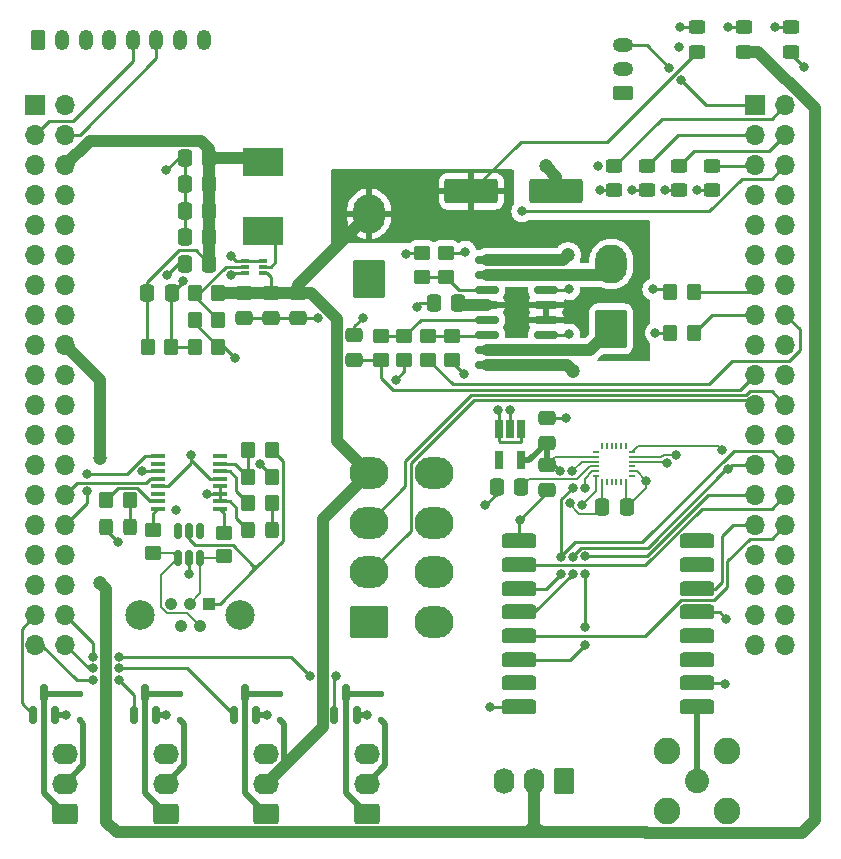
<source format=gtl>
%TF.GenerationSoftware,KiCad,Pcbnew,8.0.0*%
%TF.CreationDate,2024-03-16T12:32:21-04:00*%
%TF.ProjectId,AMP_PCBv3,414d505f-5043-4427-9633-2e6b69636164,A*%
%TF.SameCoordinates,Original*%
%TF.FileFunction,Copper,L1,Top*%
%TF.FilePolarity,Positive*%
%FSLAX46Y46*%
G04 Gerber Fmt 4.6, Leading zero omitted, Abs format (unit mm)*
G04 Created by KiCad (PCBNEW 8.0.0) date 2024-03-16 12:32:21*
%MOMM*%
%LPD*%
G01*
G04 APERTURE LIST*
G04 Aperture macros list*
%AMRoundRect*
0 Rectangle with rounded corners*
0 $1 Rounding radius*
0 $2 $3 $4 $5 $6 $7 $8 $9 X,Y pos of 4 corners*
0 Add a 4 corners polygon primitive as box body*
4,1,4,$2,$3,$4,$5,$6,$7,$8,$9,$2,$3,0*
0 Add four circle primitives for the rounded corners*
1,1,$1+$1,$2,$3*
1,1,$1+$1,$4,$5*
1,1,$1+$1,$6,$7*
1,1,$1+$1,$8,$9*
0 Add four rect primitives between the rounded corners*
20,1,$1+$1,$2,$3,$4,$5,0*
20,1,$1+$1,$4,$5,$6,$7,0*
20,1,$1+$1,$6,$7,$8,$9,0*
20,1,$1+$1,$8,$9,$2,$3,0*%
G04 Aperture macros list end*
%TA.AperFunction,SMDPad,CuDef*%
%ADD10R,0.700000X0.340000*%
%TD*%
%TA.AperFunction,SMDPad,CuDef*%
%ADD11RoundRect,0.250000X-0.450000X0.325000X-0.450000X-0.325000X0.450000X-0.325000X0.450000X0.325000X0*%
%TD*%
%TA.AperFunction,SMDPad,CuDef*%
%ADD12RoundRect,0.250000X0.450000X-0.325000X0.450000X0.325000X-0.450000X0.325000X-0.450000X-0.325000X0*%
%TD*%
%TA.AperFunction,SMDPad,CuDef*%
%ADD13RoundRect,0.250000X-0.337500X-0.475000X0.337500X-0.475000X0.337500X0.475000X-0.337500X0.475000X0*%
%TD*%
%TA.AperFunction,SMDPad,CuDef*%
%ADD14RoundRect,0.250000X-0.475000X0.337500X-0.475000X-0.337500X0.475000X-0.337500X0.475000X0.337500X0*%
%TD*%
%TA.AperFunction,SMDPad,CuDef*%
%ADD15RoundRect,0.250000X0.450000X-0.350000X0.450000X0.350000X-0.450000X0.350000X-0.450000X-0.350000X0*%
%TD*%
%TA.AperFunction,SMDPad,CuDef*%
%ADD16RoundRect,0.125000X0.125000X-0.125000X0.125000X0.125000X-0.125000X0.125000X-0.125000X-0.125000X0*%
%TD*%
%TA.AperFunction,ComponentPad*%
%ADD17R,1.050000X1.050000*%
%TD*%
%TA.AperFunction,ComponentPad*%
%ADD18C,1.050000*%
%TD*%
%TA.AperFunction,ComponentPad*%
%ADD19C,2.500000*%
%TD*%
%TA.AperFunction,SMDPad,CuDef*%
%ADD20RoundRect,0.250000X0.325000X0.450000X-0.325000X0.450000X-0.325000X-0.450000X0.325000X-0.450000X0*%
%TD*%
%TA.AperFunction,SMDPad,CuDef*%
%ADD21RoundRect,0.150000X0.150000X-0.512500X0.150000X0.512500X-0.150000X0.512500X-0.150000X-0.512500X0*%
%TD*%
%TA.AperFunction,SMDPad,CuDef*%
%ADD22RoundRect,0.250000X-0.350000X-0.450000X0.350000X-0.450000X0.350000X0.450000X-0.350000X0.450000X0*%
%TD*%
%TA.AperFunction,SMDPad,CuDef*%
%ADD23RoundRect,0.250000X0.337500X0.475000X-0.337500X0.475000X-0.337500X-0.475000X0.337500X-0.475000X0*%
%TD*%
%TA.AperFunction,SMDPad,CuDef*%
%ADD24RoundRect,0.250000X-0.450000X0.350000X-0.450000X-0.350000X0.450000X-0.350000X0.450000X0.350000X0*%
%TD*%
%TA.AperFunction,SMDPad,CuDef*%
%ADD25RoundRect,0.250000X0.350000X0.450000X-0.350000X0.450000X-0.350000X-0.450000X0.350000X-0.450000X0*%
%TD*%
%TA.AperFunction,SMDPad,CuDef*%
%ADD26RoundRect,0.050000X-0.050000X0.225000X-0.050000X-0.225000X0.050000X-0.225000X0.050000X0.225000X0*%
%TD*%
%TA.AperFunction,SMDPad,CuDef*%
%ADD27RoundRect,0.050000X-0.225000X-0.050000X0.225000X-0.050000X0.225000X0.050000X-0.225000X0.050000X0*%
%TD*%
%TA.AperFunction,SMDPad,CuDef*%
%ADD28RoundRect,0.317500X-1.157500X-0.317500X1.157500X-0.317500X1.157500X0.317500X-1.157500X0.317500X0*%
%TD*%
%TA.AperFunction,SMDPad,CuDef*%
%ADD29RoundRect,0.150000X0.150000X-0.587500X0.150000X0.587500X-0.150000X0.587500X-0.150000X-0.587500X0*%
%TD*%
%TA.AperFunction,SMDPad,CuDef*%
%ADD30RoundRect,0.250000X0.475000X-0.337500X0.475000X0.337500X-0.475000X0.337500X-0.475000X-0.337500X0*%
%TD*%
%TA.AperFunction,ComponentPad*%
%ADD31RoundRect,0.250001X1.099999X1.399999X-1.099999X1.399999X-1.099999X-1.399999X1.099999X-1.399999X0*%
%TD*%
%TA.AperFunction,ComponentPad*%
%ADD32O,2.700000X3.300000*%
%TD*%
%TA.AperFunction,ComponentPad*%
%ADD33RoundRect,0.250000X-0.350000X-0.625000X0.350000X-0.625000X0.350000X0.625000X-0.350000X0.625000X0*%
%TD*%
%TA.AperFunction,ComponentPad*%
%ADD34O,1.200000X1.750000*%
%TD*%
%TA.AperFunction,SMDPad,CuDef*%
%ADD35R,0.650000X1.560000*%
%TD*%
%TA.AperFunction,ComponentPad*%
%ADD36R,1.700000X1.700000*%
%TD*%
%TA.AperFunction,ComponentPad*%
%ADD37O,1.700000X1.700000*%
%TD*%
%TA.AperFunction,ComponentPad*%
%ADD38RoundRect,0.250000X0.845000X-0.620000X0.845000X0.620000X-0.845000X0.620000X-0.845000X-0.620000X0*%
%TD*%
%TA.AperFunction,ComponentPad*%
%ADD39O,2.190000X1.740000*%
%TD*%
%TA.AperFunction,ComponentPad*%
%ADD40C,2.050000*%
%TD*%
%TA.AperFunction,ComponentPad*%
%ADD41C,2.250000*%
%TD*%
%TA.AperFunction,ComponentPad*%
%ADD42RoundRect,0.250000X0.625000X-0.350000X0.625000X0.350000X-0.625000X0.350000X-0.625000X-0.350000X0*%
%TD*%
%TA.AperFunction,ComponentPad*%
%ADD43O,1.750000X1.200000*%
%TD*%
%TA.AperFunction,SMDPad,CuDef*%
%ADD44RoundRect,0.150000X0.850000X0.150000X-0.850000X0.150000X-0.850000X-0.150000X0.850000X-0.150000X0*%
%TD*%
%TA.AperFunction,SMDPad,CuDef*%
%ADD45R,1.200000X0.400000*%
%TD*%
%TA.AperFunction,SMDPad,CuDef*%
%ADD46RoundRect,0.250001X-1.999999X-0.799999X1.999999X-0.799999X1.999999X0.799999X-1.999999X0.799999X0*%
%TD*%
%TA.AperFunction,SMDPad,CuDef*%
%ADD47R,3.429000X2.413000*%
%TD*%
%TA.AperFunction,ComponentPad*%
%ADD48RoundRect,0.250000X0.620000X0.845000X-0.620000X0.845000X-0.620000X-0.845000X0.620000X-0.845000X0*%
%TD*%
%TA.AperFunction,ComponentPad*%
%ADD49O,1.740000X2.190000*%
%TD*%
%TA.AperFunction,ComponentPad*%
%ADD50RoundRect,0.250001X1.399999X-1.099999X1.399999X1.099999X-1.399999X1.099999X-1.399999X-1.099999X0*%
%TD*%
%TA.AperFunction,ComponentPad*%
%ADD51O,3.300000X2.700000*%
%TD*%
%TA.AperFunction,ViaPad*%
%ADD52C,0.800000*%
%TD*%
%TA.AperFunction,ViaPad*%
%ADD53C,1.200000*%
%TD*%
%TA.AperFunction,Conductor*%
%ADD54C,0.250000*%
%TD*%
%TA.AperFunction,Conductor*%
%ADD55C,0.200000*%
%TD*%
%TA.AperFunction,Conductor*%
%ADD56C,1.000000*%
%TD*%
%TA.AperFunction,Conductor*%
%ADD57C,0.500000*%
%TD*%
G04 APERTURE END LIST*
D10*
%TO.P,U1,1,VIN*%
%TO.N,+12V*%
X131250000Y-90500000D03*
%TO.P,U1,2,SW*%
%TO.N,Net-(U1-SW)*%
X131250000Y-90000000D03*
%TO.P,U1,3,GND*%
%TO.N,GND*%
X131250000Y-89500000D03*
%TO.P,U1,4,AGND*%
X129750000Y-89500000D03*
%TO.P,U1,5,EN*%
%TO.N,Net-(U1-EN)*%
X129750000Y-90000000D03*
%TO.P,U1,6,FB*%
%TO.N,Net-(U1-FB)*%
X129750000Y-90500000D03*
%TD*%
D11*
%TO.P,D7,1,K*%
%TO.N,Net-(D7-K)*%
X176000000Y-69725000D03*
%TO.P,D7,2,A*%
%TO.N,+3V3*%
X176000000Y-71775000D03*
%TD*%
D12*
%TO.P,D1,1,K*%
%TO.N,Net-(D1-K)*%
X161000000Y-83525000D03*
%TO.P,D1,2,A*%
%TO.N,/PC8*%
X161000000Y-81475000D03*
%TD*%
D13*
%TO.P,C4,1*%
%TO.N,/E5V*%
X121462500Y-92250000D03*
%TO.P,C4,2*%
%TO.N,Net-(U1-FB)*%
X123537500Y-92250000D03*
%TD*%
D11*
%TO.P,D6,1,K*%
%TO.N,Net-(D6-K)*%
X172000000Y-69725000D03*
%TO.P,D6,2,A*%
%TO.N,+5V*%
X172000000Y-71775000D03*
%TD*%
D14*
%TO.P,C2,1*%
%TO.N,+12V*%
X131950000Y-92212500D03*
%TO.P,C2,2*%
%TO.N,GND*%
X131950000Y-94287500D03*
%TD*%
D15*
%TO.P,R24,1*%
%TO.N,/Jetson USB/D+*%
X122000000Y-114250000D03*
%TO.P,R24,2*%
%TO.N,Net-(U3-USBDP)*%
X122000000Y-112250000D03*
%TD*%
D16*
%TO.P,D13,1,K*%
%TO.N,+12V*%
X141270000Y-128350000D03*
%TO.P,D13,2,A*%
%TO.N,Net-(D13-A)*%
X141270000Y-126150000D03*
%TD*%
D17*
%TO.P,J2,1,VBUS*%
%TO.N,/Jetson USB/VBUS*%
X126700000Y-118500000D03*
D18*
%TO.P,J2,2,D-*%
%TO.N,/Jetson USB/D+*%
X125900000Y-120400000D03*
%TO.P,J2,3,D+*%
%TO.N,/Jetson USB/D-*%
X125100000Y-118500000D03*
%TO.P,J2,4,ID*%
%TO.N,unconnected-(J2-ID-Pad4)*%
X124300000Y-120400000D03*
%TO.P,J2,5,GND*%
%TO.N,GND*%
X123500000Y-118500000D03*
D19*
%TO.P,J2,6,Shield*%
X129350000Y-119440000D03*
X120850000Y-119440000D03*
%TD*%
D20*
%TO.P,D9,1,K*%
%TO.N,Net-(D9-K)*%
X120025000Y-112000000D03*
%TO.P,D9,2,A*%
%TO.N,+3V3*%
X117975000Y-112000000D03*
%TD*%
D21*
%TO.P,U6,1,I/O1*%
%TO.N,/Jetson USB/D+*%
X124050000Y-114637500D03*
%TO.P,U6,2,GND*%
%TO.N,GND*%
X125000000Y-114637500D03*
%TO.P,U6,3,I/O2*%
%TO.N,/Jetson USB/D-*%
X125950000Y-114637500D03*
%TO.P,U6,4,I/O2*%
%TO.N,unconnected-(U6-I{slash}O2-Pad4)*%
X125950000Y-112362500D03*
%TO.P,U6,5,VBUS*%
%TO.N,/Jetson USB/VBUS*%
X125000000Y-112362500D03*
%TO.P,U6,6,I/O1*%
%TO.N,unconnected-(U6-I{slash}O1-Pad6)*%
X124050000Y-112362500D03*
%TD*%
D22*
%TO.P,R7,1*%
%TO.N,Net-(U1-FB)*%
X125500000Y-96750000D03*
%TO.P,R7,2*%
%TO.N,GND*%
X127500000Y-96750000D03*
%TD*%
%TO.P,R27,1*%
%TO.N,Net-(U3-CBUS1)*%
X130000000Y-110000000D03*
%TO.P,R27,2*%
%TO.N,Net-(D8-K)*%
X132000000Y-110000000D03*
%TD*%
D23*
%TO.P,C7,1*%
%TO.N,/E5V*%
X126737500Y-85250000D03*
%TO.P,C7,2*%
%TO.N,GND*%
X124662500Y-85250000D03*
%TD*%
D24*
%TO.P,R19,1*%
%TO.N,+3V3*%
X146750000Y-88845000D03*
%TO.P,R19,2*%
%TO.N,Net-(U4-EN{slash}DIAGB)*%
X146750000Y-90845000D03*
%TD*%
D25*
%TO.P,R5,1*%
%TO.N,Net-(U1-EN)*%
X127500000Y-94500000D03*
%TO.P,R5,2*%
%TO.N,GND*%
X125500000Y-94500000D03*
%TD*%
D26*
%TO.P,U5,1,NC*%
%TO.N,unconnected-(U5-NC-Pad1)*%
X162000000Y-105200000D03*
%TO.P,U5,2,NC*%
%TO.N,unconnected-(U5-NC-Pad2)*%
X161600000Y-105200000D03*
%TO.P,U5,3,NC*%
%TO.N,unconnected-(U5-NC-Pad3)*%
X161200000Y-105200000D03*
%TO.P,U5,4,NC*%
%TO.N,unconnected-(U5-NC-Pad4)*%
X160800000Y-105200000D03*
%TO.P,U5,5,NC*%
%TO.N,unconnected-(U5-NC-Pad5)*%
X160400000Y-105200000D03*
%TO.P,U5,6,NC*%
%TO.N,unconnected-(U5-NC-Pad6)*%
X160000000Y-105200000D03*
D27*
%TO.P,U5,7,AUX_CL*%
%TO.N,unconnected-(U5-AUX_CL-Pad7)*%
X159500000Y-105700000D03*
%TO.P,U5,8,VDDIO*%
%TO.N,+1V8*%
X159500000Y-106100000D03*
%TO.P,U5,9,SDO/AD0*%
%TO.N,/PB15*%
X159500000Y-106500000D03*
%TO.P,U5,10,REGOUT*%
%TO.N,Net-(U5-REGOUT)*%
X159500000Y-106900000D03*
%TO.P,U5,11,FSYNC*%
%TO.N,GND*%
X159500000Y-107300000D03*
%TO.P,U5,12,INT1*%
%TO.N,/IMU_INT1*%
X159500000Y-107700000D03*
D26*
%TO.P,U5,13,VDD*%
%TO.N,+1V8*%
X160000000Y-108200000D03*
%TO.P,U5,14,NC*%
%TO.N,unconnected-(U5-NC-Pad14)*%
X160400000Y-108200000D03*
%TO.P,U5,15,NC*%
%TO.N,unconnected-(U5-NC-Pad15)*%
X160800000Y-108200000D03*
%TO.P,U5,16,NC*%
%TO.N,unconnected-(U5-NC-Pad16)*%
X161200000Y-108200000D03*
%TO.P,U5,17,NC*%
%TO.N,unconnected-(U5-NC-Pad17)*%
X161600000Y-108200000D03*
%TO.P,U5,18,GND*%
%TO.N,GND*%
X162000000Y-108200000D03*
D27*
%TO.P,U5,19,RESV*%
%TO.N,unconnected-(U5-RESV-Pad19)*%
X162500000Y-107700000D03*
%TO.P,U5,20,GND*%
%TO.N,GND*%
X162500000Y-107300000D03*
%TO.P,U5,21,AUX_DA*%
%TO.N,unconnected-(U5-AUX_DA-Pad21)*%
X162500000Y-106900000D03*
%TO.P,U5,22,~{CS}*%
%TO.N,/IMU_CS*%
X162500000Y-106500000D03*
%TO.P,U5,23,SCL/SCLK*%
%TO.N,/PB10*%
X162500000Y-106100000D03*
%TO.P,U5,24,SDA/SDI*%
%TO.N,/PB14*%
X162500000Y-105700000D03*
%TD*%
D28*
%TO.P,U2,1,GND*%
%TO.N,GND*%
X152975000Y-113250000D03*
%TO.P,U2,2,MISO*%
%TO.N,/PB14*%
X152975000Y-115250000D03*
%TO.P,U2,3,MOSI*%
%TO.N,/PB15*%
X152975000Y-117250000D03*
%TO.P,U2,4,SCK*%
%TO.N,/PB10*%
X152975000Y-119250000D03*
%TO.P,U2,5,NSS*%
%TO.N,/PB13*%
X152975000Y-121250000D03*
%TO.P,U2,6,RESET*%
%TO.N,/PB4*%
X152975000Y-123250000D03*
%TO.P,U2,7,DIO5*%
%TO.N,unconnected-(U2-DIO5-Pad7)*%
X152975000Y-125250000D03*
%TO.P,U2,8,GND*%
%TO.N,GND*%
X152975000Y-127250000D03*
%TO.P,U2,9,ANT*%
%TO.N,Net-(AE1-A)*%
X168025000Y-127250000D03*
%TO.P,U2,10,GND*%
%TO.N,GND*%
X168025000Y-125250000D03*
%TO.P,U2,11,DIO3*%
%TO.N,unconnected-(U2-DIO3-Pad11)*%
X168025000Y-123250000D03*
%TO.P,U2,12,DIO4*%
%TO.N,unconnected-(U2-DIO4-Pad12)*%
X168025000Y-121250000D03*
%TO.P,U2,13,3.3V*%
%TO.N,+3V3*%
X168025000Y-119250000D03*
%TO.P,U2,14,DIO0*%
%TO.N,/PB5*%
X168025000Y-117250000D03*
%TO.P,U2,15,DIO1*%
%TO.N,unconnected-(U2-DIO1-Pad15)*%
X168025000Y-115250000D03*
%TO.P,U2,16,DIO2*%
%TO.N,unconnected-(U2-DIO2-Pad16)*%
X168025000Y-113250000D03*
%TD*%
D16*
%TO.P,D11,1,K*%
%TO.N,+12V*%
X124270000Y-128350000D03*
%TO.P,D11,2,A*%
%TO.N,Net-(D11-A)*%
X124270000Y-126150000D03*
%TD*%
D23*
%TO.P,C8,1*%
%TO.N,/E5V*%
X126737500Y-83000000D03*
%TO.P,C8,2*%
%TO.N,GND*%
X124662500Y-83000000D03*
%TD*%
D29*
%TO.P,Q2,1,G*%
%TO.N,/PC3*%
X120320000Y-127937500D03*
%TO.P,Q2,2,S*%
%TO.N,GND*%
X122220000Y-127937500D03*
%TO.P,Q2,3,D*%
%TO.N,Net-(D11-A)*%
X121270000Y-126062500D03*
%TD*%
D30*
%TO.P,C15,1*%
%TO.N,+1V8*%
X155300000Y-104875000D03*
%TO.P,C15,2*%
%TO.N,GND*%
X155300000Y-102800000D03*
%TD*%
D31*
%TO.P,J1,1,Pin_1*%
%TO.N,GND*%
X140250000Y-91000000D03*
D32*
%TO.P,J1,2,Pin_2*%
%TO.N,+12V*%
X140250000Y-85500000D03*
%TD*%
D33*
%TO.P,J5,1,Pin_1*%
%TO.N,/VESC_5V*%
X112250000Y-70750000D03*
D34*
%TO.P,J5,2,Pin_2*%
%TO.N,/VESC_VCC*%
X114250000Y-70750000D03*
%TO.P,J5,3,Pin_3*%
%TO.N,GND*%
X116250000Y-70750000D03*
%TO.P,J5,4,Pin_4*%
%TO.N,/VESC_ADC1*%
X118250000Y-70750000D03*
%TO.P,J5,5,Pin_5*%
%TO.N,/PC12*%
X120250000Y-70750000D03*
%TO.P,J5,6,Pin_6*%
%TO.N,/PD2*%
X122250000Y-70750000D03*
%TO.P,J5,7,Pin_7*%
%TO.N,/VESC_ADC2*%
X124250000Y-70750000D03*
%TO.P,J5,8,Pin_8*%
%TO.N,/VESC_ADC3*%
X126250000Y-70750000D03*
%TD*%
D23*
%TO.P,C5,1*%
%TO.N,/E5V*%
X126737500Y-89750000D03*
%TO.P,C5,2*%
%TO.N,GND*%
X124662500Y-89750000D03*
%TD*%
D24*
%TO.P,R12,1*%
%TO.N,Net-(U4-CS)*%
X143250000Y-95845000D03*
%TO.P,R12,2*%
%TO.N,GND*%
X143250000Y-97845000D03*
%TD*%
D25*
%TO.P,R14,1*%
%TO.N,/BRAKE_INA*%
X167750000Y-95595000D03*
%TO.P,R14,2*%
%TO.N,Net-(U4-INA)*%
X165750000Y-95595000D03*
%TD*%
%TO.P,R4,1*%
%TO.N,+12V*%
X127500000Y-92250000D03*
%TO.P,R4,2*%
%TO.N,Net-(U1-EN)*%
X125500000Y-92250000D03*
%TD*%
D22*
%TO.P,R6,1*%
%TO.N,/E5V*%
X121500000Y-96750000D03*
%TO.P,R6,2*%
%TO.N,Net-(U1-FB)*%
X123500000Y-96750000D03*
%TD*%
D35*
%TO.P,U7,1,IN*%
%TO.N,+3V3*%
X153150000Y-103687500D03*
%TO.P,U7,2,GND*%
%TO.N,GND*%
X152200000Y-103687500D03*
%TO.P,U7,3,EN*%
%TO.N,+3V3*%
X151250000Y-103687500D03*
%TO.P,U7,4,NC*%
%TO.N,unconnected-(U7-NC-Pad4)*%
X151250000Y-106387500D03*
%TO.P,U7,5,OUT*%
%TO.N,+1V8*%
X153150000Y-106387500D03*
%TD*%
D31*
%TO.P,M1,1,+*%
%TO.N,Net-(M1-+)*%
X160750000Y-95250000D03*
D32*
%TO.P,M1,2,-*%
%TO.N,Net-(M1--)*%
X160750000Y-89750000D03*
%TD*%
D22*
%TO.P,R15,1*%
%TO.N,Net-(U4-INB)*%
X165750000Y-92095000D03*
%TO.P,R15,2*%
%TO.N,/BRAKE_INB*%
X167750000Y-92095000D03*
%TD*%
D15*
%TO.P,R16,1*%
%TO.N,/BRAKE_ENA*%
X145250000Y-97845000D03*
%TO.P,R16,2*%
%TO.N,Net-(U4-EN{slash}DIAGA)*%
X145250000Y-95845000D03*
%TD*%
D36*
%TO.P,CN10,1,Pin_1*%
%TO.N,/PC9*%
X172960000Y-76280000D03*
D37*
%TO.P,CN10,2,Pin_2*%
%TO.N,/PC8*%
X175500000Y-76280000D03*
%TO.P,CN10,3,Pin_3*%
%TO.N,/PB8*%
X172960000Y-78820000D03*
%TO.P,CN10,4,Pin_4*%
%TO.N,/PC6*%
X175500000Y-78820000D03*
%TO.P,CN10,5,Pin_5*%
%TO.N,/PB9*%
X172960000Y-81360000D03*
%TO.P,CN10,6,Pin_6*%
%TO.N,/BRAKE_ENB*%
X175500000Y-81360000D03*
%TO.P,CN10,7,Pin_7*%
%TO.N,/AVDD*%
X172960000Y-83900000D03*
%TO.P,CN10,8,Pin_8*%
%TO.N,/U5V*%
X175500000Y-83900000D03*
%TO.P,CN10,9,Pin_9*%
%TO.N,GND*%
X172960000Y-86440000D03*
%TO.P,CN10,10,Pin_10*%
%TO.N,unconnected-(CN10-Pin_10-Pad10)*%
X175500000Y-86440000D03*
%TO.P,CN10,11,Pin_11*%
%TO.N,/PA5*%
X172960000Y-88980000D03*
%TO.P,CN10,12,Pin_12*%
%TO.N,/PA12*%
X175500000Y-88980000D03*
%TO.P,CN10,13,Pin_13*%
%TO.N,/BRAKE_INB*%
X172960000Y-91520000D03*
%TO.P,CN10,14,Pin_14*%
%TO.N,/PA11*%
X175500000Y-91520000D03*
%TO.P,CN10,15,Pin_15*%
%TO.N,/BRAKE_INA*%
X172960000Y-94060000D03*
%TO.P,CN10,16,Pin_16*%
%TO.N,/BRAKE_ENA*%
X175500000Y-94060000D03*
%TO.P,CN10,17,Pin_17*%
%TO.N,/PB6*%
X172960000Y-96600000D03*
%TO.P,CN10,18,Pin_18*%
%TO.N,unconnected-(CN10-Pin_18-Pad18)*%
X175500000Y-96600000D03*
%TO.P,CN10,19,Pin_19*%
%TO.N,/BRAKE_CS*%
X172960000Y-99140000D03*
%TO.P,CN10,20,Pin_20*%
%TO.N,GND*%
X175500000Y-99140000D03*
%TO.P,CN10,21,Pin_21*%
%TO.N,/PA9*%
X172960000Y-101680000D03*
%TO.P,CN10,22,Pin_22*%
%TO.N,/PB2*%
X175500000Y-101680000D03*
%TO.P,CN10,23,Pin_23*%
%TO.N,/PA8*%
X172960000Y-104220000D03*
%TO.P,CN10,24,Pin_24*%
%TO.N,/LED_SIG*%
X175500000Y-104220000D03*
%TO.P,CN10,25,Pin_25*%
%TO.N,/PB10*%
X172960000Y-106760000D03*
%TO.P,CN10,26,Pin_26*%
%TO.N,/PB15*%
X175500000Y-106760000D03*
%TO.P,CN10,27,Pin_27*%
%TO.N,/PB4*%
X172960000Y-109300000D03*
%TO.P,CN10,28,Pin_28*%
%TO.N,/PB14*%
X175500000Y-109300000D03*
%TO.P,CN10,29,Pin_29*%
%TO.N,/PB5*%
X172960000Y-111840000D03*
%TO.P,CN10,30,Pin_30*%
%TO.N,/PB13*%
X175500000Y-111840000D03*
%TO.P,CN10,31,Pin_31*%
%TO.N,/PB3*%
X172960000Y-114380000D03*
%TO.P,CN10,32,Pin_32*%
%TO.N,/AGND*%
X175500000Y-114380000D03*
%TO.P,CN10,33,Pin_33*%
%TO.N,/IMU_CS*%
X172960000Y-116920000D03*
%TO.P,CN10,34,Pin_34*%
%TO.N,/IMU_INT1*%
X175500000Y-116920000D03*
%TO.P,CN10,35,Pin_35*%
%TO.N,/PA2*%
X172960000Y-119460000D03*
%TO.P,CN10,36,Pin_36*%
%TO.N,unconnected-(CN10-Pin_36-Pad36)*%
X175500000Y-119460000D03*
%TO.P,CN10,37,Pin_37*%
%TO.N,/PA3*%
X172960000Y-122000000D03*
%TO.P,CN10,38,Pin_38*%
%TO.N,unconnected-(CN10-Pin_38-Pad38)*%
X175500000Y-122000000D03*
%TD*%
D38*
%TO.P,M2,1,-*%
%TO.N,Net-(D10-A)*%
X114520000Y-136290000D03*
D39*
%TO.P,M2,2,+*%
%TO.N,+12V*%
X114520000Y-133750000D03*
%TO.P,M2,3,Tach*%
%TO.N,unconnected-(M2-Tach-Pad3)*%
X114520000Y-131210000D03*
%TD*%
D14*
%TO.P,C1,1*%
%TO.N,+12V*%
X134200000Y-92212500D03*
%TO.P,C1,2*%
%TO.N,GND*%
X134200000Y-94287500D03*
%TD*%
D22*
%TO.P,R26,1*%
%TO.N,Net-(U3-CBUS0)*%
X130000000Y-107750000D03*
%TO.P,R26,2*%
%TO.N,GND*%
X132000000Y-107750000D03*
%TD*%
D29*
%TO.P,Q4,1,G*%
%TO.N,/PC1*%
X137320000Y-127937500D03*
%TO.P,Q4,2,S*%
%TO.N,GND*%
X139220000Y-127937500D03*
%TO.P,Q4,3,D*%
%TO.N,Net-(D13-A)*%
X138270000Y-126062500D03*
%TD*%
D40*
%TO.P,AE1,1,A*%
%TO.N,Net-(AE1-A)*%
X168000000Y-133500000D03*
D41*
%TO.P,AE1,2,Shield*%
%TO.N,GND*%
X170540000Y-130960000D03*
X165460000Y-130960000D03*
X170540000Y-136040000D03*
X165460000Y-136040000D03*
%TD*%
D30*
%TO.P,C10,1*%
%TO.N,/BRAKE_CS*%
X139000000Y-97882500D03*
%TO.P,C10,2*%
%TO.N,GND*%
X139000000Y-95807500D03*
%TD*%
D15*
%TO.P,R18,1*%
%TO.N,+3V3*%
X147250000Y-97845000D03*
%TO.P,R18,2*%
%TO.N,Net-(U4-EN{slash}DIAGA)*%
X147250000Y-95845000D03*
%TD*%
D11*
%TO.P,D5,1,K*%
%TO.N,Net-(D5-K)*%
X168000000Y-69725000D03*
%TO.P,D5,2,A*%
%TO.N,+12V*%
X168000000Y-71775000D03*
%TD*%
D14*
%TO.P,C3,1*%
%TO.N,+12V*%
X129700000Y-92212500D03*
%TO.P,C3,2*%
%TO.N,GND*%
X129700000Y-94287500D03*
%TD*%
D36*
%TO.P,CN7,1,Pin_1*%
%TO.N,/PC10*%
X112000000Y-76280000D03*
D37*
%TO.P,CN7,2,Pin_2*%
%TO.N,/PC11*%
X114540000Y-76280000D03*
%TO.P,CN7,3,Pin_3*%
%TO.N,/PC12*%
X112000000Y-78820000D03*
%TO.P,CN7,4,Pin_4*%
%TO.N,/PD2*%
X114540000Y-78820000D03*
%TO.P,CN7,5,Pin_5*%
%TO.N,/VDD*%
X112000000Y-81360000D03*
%TO.P,CN7,6,Pin_6*%
%TO.N,/E5V*%
X114540000Y-81360000D03*
%TO.P,CN7,7,Pin_7*%
%TO.N,/BOOT0*%
X112000000Y-83900000D03*
%TO.P,CN7,8,Pin_8*%
%TO.N,GND*%
X114540000Y-83900000D03*
%TO.P,CN7,9,Pin_9*%
%TO.N,unconnected-(CN7-Pin_9-Pad9)*%
X112000000Y-86440000D03*
%TO.P,CN7,10,Pin_10*%
%TO.N,unconnected-(CN7-Pin_10-Pad10)*%
X114540000Y-86440000D03*
%TO.P,CN7,11,Pin_11*%
%TO.N,unconnected-(CN7-Pin_11-Pad11)*%
X112000000Y-88980000D03*
%TO.P,CN7,12,Pin_12*%
%TO.N,/IOREF*%
X114540000Y-88980000D03*
%TO.P,CN7,13,Pin_13*%
%TO.N,/PA13*%
X112000000Y-91520000D03*
%TO.P,CN7,14,Pin_14*%
%TO.N,/RST*%
X114540000Y-91520000D03*
%TO.P,CN7,15,Pin_15*%
%TO.N,/PA14*%
X112000000Y-94060000D03*
%TO.P,CN7,16,Pin_16*%
%TO.N,+3V3*%
X114540000Y-94060000D03*
%TO.P,CN7,17,Pin_17*%
%TO.N,/PA15*%
X112000000Y-96600000D03*
%TO.P,CN7,18,Pin_18*%
%TO.N,+5V*%
X114540000Y-96600000D03*
%TO.P,CN7,19,Pin_19*%
%TO.N,GND*%
X112000000Y-99140000D03*
%TO.P,CN7,20,Pin_20*%
X114540000Y-99140000D03*
%TO.P,CN7,21,Pin_21*%
%TO.N,/PB7*%
X112000000Y-101680000D03*
%TO.P,CN7,22,Pin_22*%
%TO.N,GND*%
X114540000Y-101680000D03*
%TO.P,CN7,23,Pin_23*%
%TO.N,/PC13*%
X112000000Y-104220000D03*
%TO.P,CN7,24,Pin_24*%
%TO.N,/VIN*%
X114540000Y-104220000D03*
%TO.P,CN7,25,Pin_25*%
%TO.N,/PC14*%
X112000000Y-106760000D03*
%TO.P,CN7,26,Pin_26*%
%TO.N,unconnected-(CN7-Pin_26-Pad26)*%
X114540000Y-106760000D03*
%TO.P,CN7,27,Pin_27*%
%TO.N,/PC15*%
X112000000Y-109300000D03*
%TO.P,CN7,28,Pin_28*%
%TO.N,/PA0*%
X114540000Y-109300000D03*
%TO.P,CN7,29,Pin_29*%
%TO.N,/PH0*%
X112000000Y-111840000D03*
%TO.P,CN7,30,Pin_30*%
%TO.N,/PA1*%
X114540000Y-111840000D03*
%TO.P,CN7,31,Pin_31*%
%TO.N,/PH1*%
X112000000Y-114380000D03*
%TO.P,CN7,32,Pin_32*%
%TO.N,/PA4*%
X114540000Y-114380000D03*
%TO.P,CN7,33,Pin_33*%
%TO.N,/VBAT*%
X112000000Y-116920000D03*
%TO.P,CN7,34,Pin_34*%
%TO.N,/PB0*%
X114540000Y-116920000D03*
%TO.P,CN7,35,Pin_35*%
%TO.N,/PC2*%
X112000000Y-119460000D03*
%TO.P,CN7,36,Pin_36*%
%TO.N,/PC1*%
X114540000Y-119460000D03*
%TO.P,CN7,37,Pin_37*%
%TO.N,/PC3*%
X112000000Y-122000000D03*
%TO.P,CN7,38,Pin_38*%
%TO.N,/PC0*%
X114540000Y-122000000D03*
%TD*%
D13*
%TO.P,C14,1*%
%TO.N,+1V8*%
X160012500Y-110300000D03*
%TO.P,C14,2*%
%TO.N,GND*%
X162087500Y-110300000D03*
%TD*%
D38*
%TO.P,M4,1,-*%
%TO.N,Net-(D12-A)*%
X131520000Y-136290000D03*
D39*
%TO.P,M4,2,+*%
%TO.N,+12V*%
X131520000Y-133750000D03*
%TO.P,M4,3,Tach*%
%TO.N,unconnected-(M4-Tach-Pad3)*%
X131520000Y-131210000D03*
%TD*%
D42*
%TO.P,J4,1,Pin_1*%
%TO.N,GND*%
X161750000Y-75250000D03*
D43*
%TO.P,J4,2,Pin_2*%
%TO.N,/VESC_5V*%
X161750000Y-73250000D03*
%TO.P,J4,3,Pin_3*%
%TO.N,/PC9*%
X161750000Y-71250000D03*
%TD*%
D44*
%TO.P,U4,1,GNDA*%
%TO.N,GND*%
X155250000Y-98290000D03*
%TO.P,U4,2,OUTA*%
%TO.N,Net-(M1-+)*%
X155250000Y-97020000D03*
%TO.P,U4,3,INA*%
%TO.N,Net-(U4-INA)*%
X155250000Y-95750000D03*
%TO.P,U4,4,VCC*%
%TO.N,+12V*%
X155250000Y-94480000D03*
%TO.P,U4,5,VCC*%
X155250000Y-93210000D03*
%TO.P,U4,6,INB*%
%TO.N,Net-(U4-INB)*%
X155250000Y-91940000D03*
%TO.P,U4,7,OUTB*%
%TO.N,Net-(M1--)*%
X155250000Y-90670000D03*
%TO.P,U4,8,GNDB*%
%TO.N,GND*%
X155250000Y-89400000D03*
%TO.P,U4,9,GNDB*%
X150250000Y-89400000D03*
%TO.P,U4,10,OUTB*%
%TO.N,Net-(M1--)*%
X150250000Y-90670000D03*
%TO.P,U4,11,EN/DIAGB*%
%TO.N,Net-(U4-EN{slash}DIAGB)*%
X150250000Y-91940000D03*
%TO.P,U4,12,VCC*%
%TO.N,+12V*%
X150250000Y-93210000D03*
%TO.P,U4,13,CS*%
%TO.N,Net-(U4-CS)*%
X150250000Y-94480000D03*
%TO.P,U4,14,EN/DIAGA*%
%TO.N,Net-(U4-EN{slash}DIAGA)*%
X150250000Y-95750000D03*
%TO.P,U4,15,OUTA*%
%TO.N,Net-(M1-+)*%
X150250000Y-97020000D03*
%TO.P,U4,16,GNDA*%
%TO.N,GND*%
X150250000Y-98290000D03*
%TD*%
D15*
%TO.P,R23,1*%
%TO.N,/Jetson USB/D-*%
X128000000Y-114500000D03*
%TO.P,R23,2*%
%TO.N,Net-(U3-USBDM)*%
X128000000Y-112500000D03*
%TD*%
D29*
%TO.P,Q1,1,G*%
%TO.N,/PC2*%
X111800000Y-127937500D03*
%TO.P,Q1,2,S*%
%TO.N,GND*%
X113700000Y-127937500D03*
%TO.P,Q1,3,D*%
%TO.N,Net-(D10-A)*%
X112750000Y-126062500D03*
%TD*%
D12*
%TO.P,D3,1,K*%
%TO.N,Net-(D3-K)*%
X166500000Y-83525000D03*
%TO.P,D3,2,A*%
%TO.N,/PC6*%
X166500000Y-81475000D03*
%TD*%
D38*
%TO.P,M5,1,-*%
%TO.N,Net-(D13-A)*%
X140040000Y-136290000D03*
D39*
%TO.P,M5,2,+*%
%TO.N,+12V*%
X140040000Y-133750000D03*
%TO.P,M5,3,Tach*%
%TO.N,unconnected-(M5-Tach-Pad3)*%
X140040000Y-131210000D03*
%TD*%
D45*
%TO.P,U3,1,TXD*%
%TO.N,/PA1*%
X122400000Y-106027500D03*
%TO.P,U3,2,~{RTS}*%
%TO.N,unconnected-(U3-~{RTS}-Pad2)*%
X122400000Y-106662500D03*
%TO.P,U3,3,VCCIO*%
%TO.N,+3V3*%
X122400000Y-107297500D03*
%TO.P,U3,4,RXD*%
%TO.N,/PA0*%
X122400000Y-107932500D03*
%TO.P,U3,5,GND*%
%TO.N,GND*%
X122400000Y-108567500D03*
%TO.P,U3,6,~{CTS}*%
%TO.N,unconnected-(U3-~{CTS}-Pad6)*%
X122400000Y-109202500D03*
%TO.P,U3,7,CBUS2*%
%TO.N,Net-(U3-CBUS2)*%
X122400000Y-109837500D03*
%TO.P,U3,8,USBDP*%
%TO.N,Net-(U3-USBDP)*%
X122400000Y-110472500D03*
%TO.P,U3,9,USBDM*%
%TO.N,Net-(U3-USBDM)*%
X127600000Y-110472500D03*
%TO.P,U3,10,3V3OUT*%
%TO.N,+3V3*%
X127600000Y-109837500D03*
%TO.P,U3,11,~{RESET}*%
X127600000Y-109202500D03*
%TO.P,U3,12,VCC*%
X127600000Y-108567500D03*
%TO.P,U3,13,GND*%
%TO.N,GND*%
X127600000Y-107932500D03*
%TO.P,U3,14,CBUS1*%
%TO.N,Net-(U3-CBUS1)*%
X127600000Y-107297500D03*
%TO.P,U3,15,CBUS0*%
%TO.N,Net-(U3-CBUS0)*%
X127600000Y-106662500D03*
%TO.P,U3,16,CBUS3*%
%TO.N,unconnected-(U3-CBUS3-Pad16)*%
X127600000Y-106027500D03*
%TD*%
D23*
%TO.P,C16,1*%
%TO.N,Net-(U5-REGOUT)*%
X153137500Y-108637500D03*
%TO.P,C16,2*%
%TO.N,GND*%
X151062500Y-108637500D03*
%TD*%
D16*
%TO.P,D10,1,K*%
%TO.N,+12V*%
X115750000Y-128350000D03*
%TO.P,D10,2,A*%
%TO.N,Net-(D10-A)*%
X115750000Y-126150000D03*
%TD*%
D15*
%TO.P,R13,1*%
%TO.N,/BRAKE_CS*%
X141250000Y-97845000D03*
%TO.P,R13,2*%
%TO.N,Net-(U4-CS)*%
X141250000Y-95845000D03*
%TD*%
D12*
%TO.P,D4,1,K*%
%TO.N,Net-(D4-K)*%
X169250000Y-83525000D03*
%TO.P,D4,2,A*%
%TO.N,/PB9*%
X169250000Y-81475000D03*
%TD*%
D13*
%TO.P,C12,1*%
%TO.N,GND*%
X145712500Y-93095000D03*
%TO.P,C12,2*%
%TO.N,+12V*%
X147787500Y-93095000D03*
%TD*%
D23*
%TO.P,C9,1*%
%TO.N,/E5V*%
X126737500Y-80750000D03*
%TO.P,C9,2*%
%TO.N,GND*%
X124662500Y-80750000D03*
%TD*%
D38*
%TO.P,M3,1,-*%
%TO.N,Net-(D11-A)*%
X123040000Y-136290000D03*
D39*
%TO.P,M3,2,+*%
%TO.N,+12V*%
X123040000Y-133750000D03*
%TO.P,M3,3,Tach*%
%TO.N,unconnected-(M3-Tach-Pad3)*%
X123040000Y-131210000D03*
%TD*%
D12*
%TO.P,D2,1,K*%
%TO.N,Net-(D2-K)*%
X163750000Y-83525000D03*
%TO.P,D2,2,A*%
%TO.N,/PB8*%
X163750000Y-81475000D03*
%TD*%
D46*
%TO.P,C11,1*%
%TO.N,+12V*%
X148900000Y-83595000D03*
%TO.P,C11,2*%
%TO.N,GND*%
X156100000Y-83595000D03*
%TD*%
D47*
%TO.P,L1,1*%
%TO.N,Net-(U1-SW)*%
X131250000Y-86921000D03*
%TO.P,L1,2*%
%TO.N,/E5V*%
X131250000Y-81079000D03*
%TD*%
D15*
%TO.P,R17,1*%
%TO.N,Net-(U4-EN{slash}DIAGB)*%
X144750000Y-90845000D03*
%TO.P,R17,2*%
%TO.N,/BRAKE_ENB*%
X144750000Y-88845000D03*
%TD*%
D20*
%TO.P,D8,1,K*%
%TO.N,Net-(D8-K)*%
X132025000Y-112250000D03*
%TO.P,D8,2,A*%
%TO.N,+3V3*%
X129975000Y-112250000D03*
%TD*%
D22*
%TO.P,R28,1*%
%TO.N,Net-(U3-CBUS2)*%
X118000000Y-109750000D03*
%TO.P,R28,2*%
%TO.N,Net-(D9-K)*%
X120000000Y-109750000D03*
%TD*%
D25*
%TO.P,R25,1*%
%TO.N,/Jetson USB/VBUS*%
X132000000Y-105500000D03*
%TO.P,R25,2*%
%TO.N,Net-(U3-CBUS0)*%
X130000000Y-105500000D03*
%TD*%
D48*
%TO.P,J3,1,Pin_1*%
%TO.N,GND*%
X156790000Y-133500000D03*
D49*
%TO.P,J3,2,Pin_2*%
%TO.N,+5V*%
X154250000Y-133500000D03*
%TO.P,J3,3,Pin_3*%
%TO.N,/LED_SIG*%
X151710000Y-133500000D03*
%TD*%
D23*
%TO.P,C6,1*%
%TO.N,/E5V*%
X126737500Y-87500000D03*
%TO.P,C6,2*%
%TO.N,GND*%
X124662500Y-87500000D03*
%TD*%
D50*
%TO.P,J6,1,Pin_1*%
%TO.N,GND*%
X140250000Y-120050000D03*
D51*
%TO.P,J6,2,Pin_2*%
%TO.N,/PA9*%
X140250000Y-115850000D03*
%TO.P,J6,3,Pin_3*%
%TO.N,/PB2*%
X140250000Y-111650000D03*
%TO.P,J6,4,Pin_4*%
%TO.N,+12V*%
X140250000Y-107450000D03*
%TO.P,J6,5,Pin_5*%
%TO.N,GND*%
X145750000Y-120050000D03*
%TO.P,J6,6,Pin_6*%
X145750000Y-115850000D03*
%TO.P,J6,7,Pin_7*%
X145750000Y-111650000D03*
%TO.P,J6,8,Pin_8*%
X145750000Y-107450000D03*
%TD*%
D16*
%TO.P,D12,1,K*%
%TO.N,+12V*%
X132750000Y-128350000D03*
%TO.P,D12,2,A*%
%TO.N,Net-(D12-A)*%
X132750000Y-126150000D03*
%TD*%
D29*
%TO.P,Q3,1,G*%
%TO.N,/PC0*%
X128800000Y-127937500D03*
%TO.P,Q3,2,S*%
%TO.N,GND*%
X130700000Y-127937500D03*
%TO.P,Q3,3,D*%
%TO.N,Net-(D12-A)*%
X129750000Y-126062500D03*
%TD*%
D14*
%TO.P,C13,1*%
%TO.N,+1V8*%
X155300000Y-106800000D03*
%TO.P,C13,2*%
%TO.N,GND*%
X155300000Y-108875000D03*
%TD*%
D52*
%TO.N,GND*%
X125000000Y-116000000D03*
X163700000Y-108100000D03*
X131000000Y-106700000D03*
X128600000Y-89100000D03*
X152200000Y-102100000D03*
X131600000Y-127900000D03*
X123102603Y-90702603D03*
X139700000Y-94300000D03*
X140100000Y-127900000D03*
X170400000Y-125300000D03*
X144300000Y-93400000D03*
D53*
X155200000Y-81500000D03*
D52*
X123100000Y-81800000D03*
X142500000Y-99600000D03*
X125200000Y-105900000D03*
X150100000Y-110200000D03*
X114600000Y-127900000D03*
X158500000Y-108700000D03*
X156900000Y-102800000D03*
X135900000Y-94300000D03*
X123900000Y-110600000D03*
X153000000Y-111400000D03*
D53*
X157500000Y-98800000D03*
D52*
X128900000Y-97700000D03*
X166500000Y-71400000D03*
D53*
X157100000Y-89000000D03*
D52*
X123100000Y-127900000D03*
X159600000Y-81500000D03*
X150500000Y-127300000D03*
%TO.N,+3V3*%
X170500000Y-119800000D03*
X177100000Y-73100000D03*
X126500000Y-109200000D03*
X148400000Y-88700000D03*
X119000000Y-113300000D03*
X151200000Y-102100000D03*
X121000000Y-107300000D03*
X148300000Y-99100000D03*
D53*
%TO.N,+5V*%
X117500000Y-106200000D03*
X117500000Y-116800000D03*
D52*
%TO.N,/PA1*%
X116400000Y-109000000D03*
X116400000Y-107550000D03*
%TO.N,/PC1*%
X137420000Y-124600000D03*
X135220000Y-124600000D03*
X116900000Y-122999994D03*
X119100000Y-123000000D03*
%TO.N,/PC3*%
X116900000Y-125000000D03*
X119100000Y-125000000D03*
%TO.N,/PC0*%
X119100000Y-123999997D03*
X116900000Y-123999997D03*
%TO.N,/PC9*%
X166650153Y-74150153D03*
X165624847Y-73124847D03*
%TO.N,/PB10*%
X166207109Y-105892891D03*
X170625153Y-107125153D03*
X157500383Y-114525000D03*
X157499997Y-115975000D03*
%TO.N,/PB15*%
X157500000Y-108687500D03*
X156475482Y-115974209D03*
X157454690Y-107287500D03*
X156500380Y-114525000D03*
%TO.N,/PB4*%
X158500000Y-115975000D03*
X158500000Y-120525000D03*
X158500000Y-114500000D03*
X158500000Y-121975000D03*
%TO.N,/PB14*%
X170168281Y-105531413D03*
D53*
%TO.N,+12V*%
X152750000Y-87750000D03*
D52*
X152750000Y-93000000D03*
%TO.N,Net-(U1-FB)*%
X128600000Y-90725000D03*
X124500000Y-91200000D03*
%TO.N,Net-(D1-K)*%
X159800000Y-83500000D03*
%TO.N,Net-(D2-K)*%
X162500000Y-83500000D03*
%TO.N,Net-(D3-K)*%
X165300000Y-83500000D03*
%TO.N,Net-(D4-K)*%
X168000000Y-83500000D03*
%TO.N,Net-(D5-K)*%
X166600000Y-69700000D03*
%TO.N,Net-(D6-K)*%
X170600000Y-69700000D03*
%TO.N,Net-(D7-K)*%
X174600000Y-69700000D03*
%TO.N,Net-(U4-INA)*%
X157200000Y-95700000D03*
X164500000Y-95600000D03*
%TO.N,Net-(U4-INB)*%
X164300000Y-91900000D03*
X157200000Y-91900000D03*
%TO.N,+1V8*%
X156454687Y-107287500D03*
X157225380Y-110006403D03*
%TO.N,/BRAKE_ENB*%
X143400000Y-88900000D03*
X153200000Y-85300000D03*
%TO.N,/IMU_CS*%
X165500000Y-106600000D03*
%TO.N,/IMU_INT1*%
X158300000Y-110200000D03*
%TD*%
D54*
%TO.N,/Jetson USB/VBUS*%
X132925000Y-113175000D02*
X130750000Y-115350000D01*
X130750000Y-115350000D02*
X130600000Y-115500000D01*
X130460050Y-115339950D02*
X130739950Y-115339950D01*
X130739950Y-115339950D02*
X130750000Y-115350000D01*
X130460050Y-115339950D02*
X130600000Y-115479900D01*
X128695100Y-113575000D02*
X130460050Y-115339950D01*
X130460050Y-115560050D02*
X130500000Y-115600000D01*
X130600000Y-115500000D02*
X130500000Y-115600000D01*
X130500000Y-115600000D02*
X127600000Y-118500000D01*
X130460050Y-115339950D02*
X130460050Y-115560050D01*
X125000000Y-112362500D02*
X125000000Y-113024999D01*
X125000000Y-113024999D02*
X125550001Y-113575000D01*
X125550001Y-113575000D02*
X128695100Y-113575000D01*
X130600000Y-115479900D02*
X130600000Y-115500000D01*
D55*
%TO.N,/Jetson USB/D-*%
X125950000Y-114637500D02*
X127862500Y-114637500D01*
X127862500Y-114637500D02*
X128000000Y-114500000D01*
D54*
%TO.N,Net-(U3-USBDM)*%
X128000000Y-112500000D02*
X128000000Y-110872500D01*
X128000000Y-110872500D02*
X127600000Y-110472500D01*
%TO.N,/PC12*%
X120250000Y-72550000D02*
X120250000Y-70750000D01*
X112000000Y-78820000D02*
X113175000Y-77645000D01*
X115155000Y-77645000D02*
X120250000Y-72550000D01*
X113175000Y-77645000D02*
X115155000Y-77645000D01*
%TO.N,/PD2*%
X115742081Y-78820000D02*
X122250000Y-72312081D01*
X122250000Y-72312081D02*
X122250000Y-70750000D01*
X114540000Y-78820000D02*
X115742081Y-78820000D01*
D56*
%TO.N,/E5V*%
X126737500Y-80025000D02*
X126012500Y-79300000D01*
D54*
X124179900Y-88600000D02*
X125587500Y-88600000D01*
X125587500Y-88600000D02*
X126737500Y-89750000D01*
X121462500Y-92250000D02*
X121462500Y-91317400D01*
D56*
X126737500Y-80750000D02*
X126737500Y-80025000D01*
D54*
X121462500Y-92250000D02*
X121462500Y-96712500D01*
D56*
X126737500Y-80750000D02*
X130921000Y-80750000D01*
X130921000Y-80750000D02*
X131250000Y-81079000D01*
X126012500Y-79300000D02*
X116600000Y-79300000D01*
X116600000Y-79300000D02*
X114540000Y-81360000D01*
D54*
X121462500Y-91317400D02*
X124179900Y-88600000D01*
D56*
X126737500Y-80750000D02*
X126737500Y-89750000D01*
D54*
X121462500Y-96712500D02*
X121500000Y-96750000D01*
D57*
%TO.N,GND*%
X140062500Y-127937500D02*
X140100000Y-127900000D01*
D54*
X139000000Y-95000000D02*
X139700000Y-94300000D01*
X124662500Y-89750000D02*
X124055206Y-89750000D01*
X129700000Y-94287500D02*
X134200000Y-94287500D01*
D57*
X113700000Y-127937500D02*
X114562500Y-127937500D01*
D54*
X155300000Y-108875000D02*
X155300000Y-109100000D01*
X123215000Y-108567500D02*
X125200000Y-106582500D01*
D57*
X114562500Y-127937500D02*
X114600000Y-127900000D01*
D54*
X125000000Y-114637500D02*
X125000000Y-116000000D01*
X124662500Y-87500000D02*
X124662500Y-80750000D01*
D56*
X156990000Y-98290000D02*
X157500000Y-98800000D01*
D54*
X131250000Y-89500000D02*
X129750000Y-89500000D01*
X152975000Y-113250000D02*
X152975000Y-111425000D01*
D56*
X156700000Y-89400000D02*
X157100000Y-89000000D01*
D54*
X150550000Y-127250000D02*
X150500000Y-127300000D01*
D55*
X162500000Y-107300000D02*
X162900000Y-107300000D01*
X162000000Y-108200000D02*
X162000000Y-110212500D01*
X159500000Y-107300000D02*
X159128640Y-107300000D01*
D54*
X129750000Y-89500000D02*
X129000000Y-89500000D01*
D57*
X131562500Y-127937500D02*
X131600000Y-127900000D01*
D56*
X156100000Y-83595000D02*
X156100000Y-82400000D01*
D54*
X168025000Y-125250000D02*
X170350000Y-125250000D01*
X135887500Y-94287500D02*
X135900000Y-94300000D01*
X132000000Y-107750000D02*
X132000000Y-107700000D01*
X134200000Y-94287500D02*
X135887500Y-94287500D01*
D56*
X156100000Y-82400000D02*
X155200000Y-81500000D01*
X155250000Y-89400000D02*
X156700000Y-89400000D01*
X155250000Y-98290000D02*
X156990000Y-98290000D01*
D54*
X124150000Y-80750000D02*
X123100000Y-81800000D01*
X132000000Y-107700000D02*
X131000000Y-106700000D01*
D57*
X123062500Y-127937500D02*
X123100000Y-127900000D01*
D54*
X145712500Y-93095000D02*
X144605000Y-93095000D01*
X155300000Y-102800000D02*
X156900000Y-102800000D01*
X129000000Y-89500000D02*
X128600000Y-89100000D01*
X125200000Y-106382500D02*
X125200000Y-105900000D01*
X139000000Y-95807500D02*
X139000000Y-95000000D01*
X122400000Y-108567500D02*
X123215000Y-108567500D01*
X143250000Y-97845000D02*
X143250000Y-98850000D01*
X126750000Y-107932500D02*
X125200000Y-106382500D01*
X151062500Y-108637500D02*
X151062500Y-109237500D01*
D57*
X139220000Y-127937500D02*
X140062500Y-127937500D01*
D55*
X162087500Y-110300000D02*
X163700000Y-108687500D01*
D54*
X127600000Y-107932500D02*
X126750000Y-107932500D01*
D55*
X163700000Y-108687500D02*
X163700000Y-108100000D01*
D54*
X124662500Y-80750000D02*
X124150000Y-80750000D01*
X152975000Y-111425000D02*
X153000000Y-111400000D01*
X143250000Y-98850000D02*
X142500000Y-99600000D01*
D55*
X162900000Y-107300000D02*
X163700000Y-108100000D01*
D57*
X122220000Y-127937500D02*
X123062500Y-127937500D01*
D54*
X124055206Y-89750000D02*
X123102603Y-90702603D01*
X144605000Y-93095000D02*
X144300000Y-93400000D01*
D55*
X158500000Y-107928640D02*
X158500000Y-108700000D01*
D54*
X152975000Y-127250000D02*
X150550000Y-127250000D01*
D55*
X162000000Y-110212500D02*
X162087500Y-110300000D01*
D54*
X125500000Y-94500000D02*
X125500000Y-94750000D01*
X151062500Y-109237500D02*
X150100000Y-110200000D01*
D57*
X130700000Y-127937500D02*
X131562500Y-127937500D01*
D54*
X127950000Y-96750000D02*
X128900000Y-97700000D01*
X155300000Y-109100000D02*
X153000000Y-111400000D01*
D55*
X159128640Y-107300000D02*
X158500000Y-107928640D01*
D54*
X127500000Y-96750000D02*
X127950000Y-96750000D01*
X125200000Y-106582500D02*
X125200000Y-105900000D01*
D56*
X150250000Y-89400000D02*
X155250000Y-89400000D01*
D54*
X152200000Y-103687500D02*
X152200000Y-102100000D01*
X170350000Y-125250000D02*
X170400000Y-125300000D01*
X125500000Y-94750000D02*
X127500000Y-96750000D01*
D56*
X150250000Y-98290000D02*
X155250000Y-98290000D01*
D54*
%TO.N,+3V3*%
X151325000Y-104792500D02*
X153075000Y-104792500D01*
X168025000Y-119250000D02*
X169950000Y-119250000D01*
X122400000Y-107297500D02*
X121002500Y-107297500D01*
X127600000Y-109837500D02*
X128450000Y-109837500D01*
X151250000Y-103687500D02*
X151250000Y-102150000D01*
X147250000Y-98050000D02*
X148300000Y-99100000D01*
X126500000Y-109200000D02*
X127597500Y-109200000D01*
X127597500Y-109200000D02*
X127600000Y-109202500D01*
X169950000Y-119250000D02*
X170500000Y-119800000D01*
X151250000Y-103687500D02*
X151250000Y-104717500D01*
X148255000Y-88845000D02*
X148400000Y-88700000D01*
X129000000Y-111275000D02*
X129975000Y-112250000D01*
X117975000Y-112000000D02*
X117975000Y-112275000D01*
X176000000Y-71775000D02*
X176000000Y-72000000D01*
X176000000Y-72000000D02*
X177100000Y-73100000D01*
X153075000Y-104792500D02*
X153150000Y-104717500D01*
X129000000Y-110387500D02*
X129000000Y-111275000D01*
X128450000Y-109837500D02*
X129000000Y-110387500D01*
X147250000Y-97845000D02*
X147250000Y-98050000D01*
X153150000Y-104717500D02*
X153150000Y-103687500D01*
X151250000Y-104717500D02*
X151325000Y-104792500D01*
X127600000Y-109837500D02*
X127600000Y-108567500D01*
X121002500Y-107297500D02*
X121000000Y-107300000D01*
X146750000Y-88845000D02*
X148255000Y-88845000D01*
X151250000Y-102150000D02*
X151200000Y-102100000D01*
X117975000Y-112275000D02*
X119000000Y-113300000D01*
D56*
%TO.N,+5V*%
X155000000Y-137860000D02*
X154810000Y-137860000D01*
X178000000Y-76587968D02*
X173187032Y-71775000D01*
X153400000Y-137860000D02*
X154300000Y-137860000D01*
X153690000Y-137860000D02*
X154250000Y-137300000D01*
X178000000Y-136800000D02*
X178000000Y-76587968D01*
X154250000Y-133500000D02*
X154250000Y-137300000D01*
X154250000Y-137810000D02*
X154300000Y-137860000D01*
X114540000Y-96600000D02*
X117500000Y-99560000D01*
X117500000Y-99560000D02*
X117500000Y-106200000D01*
X118900000Y-137860000D02*
X153400000Y-137860000D01*
X154250000Y-137300000D02*
X154250000Y-137810000D01*
X154300000Y-137860000D02*
X155000000Y-137860000D01*
X154810000Y-137860000D02*
X154250000Y-137300000D01*
X155000000Y-137860000D02*
X163660000Y-137860000D01*
X163660000Y-137860000D02*
X163700000Y-137900000D01*
X117500000Y-116800000D02*
X118000000Y-117300000D01*
X118000000Y-117300000D02*
X118000000Y-136960000D01*
X118000000Y-136960000D02*
X118900000Y-137860000D01*
X173187032Y-71775000D02*
X172000000Y-71775000D01*
X153400000Y-137860000D02*
X153690000Y-137860000D01*
X163700000Y-137900000D02*
X176900000Y-137900000D01*
X176900000Y-137900000D02*
X178000000Y-136800000D01*
D54*
%TO.N,/PA0*%
X115565000Y-108275000D02*
X121375000Y-108275000D01*
X121375000Y-108275000D02*
X121717500Y-107932500D01*
X114540000Y-109300000D02*
X115565000Y-108275000D01*
X121717500Y-107932500D02*
X122400000Y-107932500D01*
%TO.N,/PA1*%
X116400000Y-109980000D02*
X116400000Y-109000000D01*
X116400000Y-107550000D02*
X119724695Y-107550000D01*
X114540000Y-111840000D02*
X116400000Y-109980000D01*
X121247195Y-106027500D02*
X122400000Y-106027500D01*
X119724695Y-107550000D02*
X121247195Y-106027500D01*
%TO.N,/PC2*%
X111800000Y-127937500D02*
X110825000Y-126962500D01*
X110825000Y-126962500D02*
X110825000Y-120635000D01*
X110825000Y-120635000D02*
X112000000Y-119460000D01*
%TO.N,/PC1*%
X137320000Y-124700000D02*
X137320000Y-127937500D01*
X116900000Y-121820000D02*
X116900000Y-122999994D01*
X133620000Y-123000000D02*
X135220000Y-124600000D01*
X114540000Y-119460000D02*
X116900000Y-121820000D01*
X137420000Y-124600000D02*
X137320000Y-124700000D01*
X119100000Y-123000000D02*
X133620000Y-123000000D01*
%TO.N,/PC3*%
X115489860Y-125000000D02*
X116900000Y-125000000D01*
X112000000Y-122000000D02*
X112489860Y-122000000D01*
X120320000Y-126220000D02*
X120320000Y-127937500D01*
X119100000Y-125000000D02*
X120320000Y-126220000D01*
X112489860Y-122000000D02*
X115489860Y-125000000D01*
%TO.N,/PC0*%
X116539997Y-123999997D02*
X116900000Y-123999997D01*
X119100000Y-123999997D02*
X124862497Y-123999997D01*
X114540000Y-122000000D02*
X116539997Y-123999997D01*
X124862497Y-123999997D02*
X128800000Y-127937500D01*
%TO.N,/PC9*%
X166650153Y-74150153D02*
X168780000Y-76280000D01*
X168780000Y-76280000D02*
X172960000Y-76280000D01*
X161750000Y-71250000D02*
X163750000Y-71250000D01*
X163750000Y-71250000D02*
X165624847Y-73124847D01*
%TO.N,/PC8*%
X165020000Y-77455000D02*
X174325000Y-77455000D01*
X161000000Y-81475000D02*
X165020000Y-77455000D01*
X174325000Y-77455000D02*
X175500000Y-76280000D01*
%TO.N,/PB8*%
X166405000Y-78820000D02*
X172960000Y-78820000D01*
X163750000Y-81475000D02*
X166405000Y-78820000D01*
%TO.N,/PC6*%
X166500000Y-81475000D02*
X167790000Y-80185000D01*
X167790000Y-80185000D02*
X174135000Y-80185000D01*
X174135000Y-80185000D02*
X175500000Y-78820000D01*
%TO.N,/PB9*%
X169250000Y-81475000D02*
X172845000Y-81475000D01*
X172845000Y-81475000D02*
X172960000Y-81360000D01*
%TO.N,/PA9*%
X143775000Y-106625000D02*
X149100000Y-101300000D01*
X149100000Y-101300000D02*
X172580000Y-101300000D01*
X143775000Y-112325000D02*
X143775000Y-106625000D01*
X172580000Y-101300000D02*
X172960000Y-101680000D01*
X140250000Y-115850000D02*
X143775000Y-112325000D01*
%TO.N,/PB2*%
X143325000Y-108575000D02*
X143325000Y-106438604D01*
X172473299Y-100505000D02*
X174325000Y-100505000D01*
X172128299Y-100850000D02*
X172473299Y-100505000D01*
X143325000Y-106438604D02*
X148913604Y-100850000D01*
X174325000Y-100505000D02*
X175500000Y-101680000D01*
X140250000Y-111650000D02*
X143325000Y-108575000D01*
X148913604Y-100850000D02*
X172128299Y-100850000D01*
D55*
%TO.N,/PB10*%
X162500000Y-106100000D02*
X165010050Y-106100000D01*
D54*
X154224997Y-119250000D02*
X157499997Y-115975000D01*
X170493423Y-107125153D02*
X170625153Y-107125153D01*
D55*
X165010050Y-106100000D02*
X165217159Y-105892891D01*
D54*
X157500383Y-114525000D02*
X157500383Y-114474312D01*
X172960000Y-106760000D02*
X170990306Y-106760000D01*
X170990306Y-106760000D02*
X170625153Y-107125153D01*
X163843576Y-113775000D02*
X170493423Y-107125153D01*
D55*
X165217159Y-105892891D02*
X166207109Y-105892891D01*
D54*
X158199695Y-113775000D02*
X163843576Y-113775000D01*
X157500383Y-114474312D02*
X158199695Y-113775000D01*
X152975000Y-119250000D02*
X154224997Y-119250000D01*
%TO.N,/PB15*%
X155199691Y-117250000D02*
X156475482Y-115974209D01*
D55*
X158242190Y-106500000D02*
X157454690Y-107287500D01*
D54*
X171140000Y-105585000D02*
X174325000Y-105585000D01*
X156500380Y-114525000D02*
X156500380Y-109687120D01*
X156500380Y-114499698D02*
X157675078Y-113325000D01*
X156500380Y-114525000D02*
X156500380Y-114499698D01*
X174325000Y-105585000D02*
X175500000Y-106760000D01*
X157675078Y-113325000D02*
X163400000Y-113325000D01*
X163400000Y-113325000D02*
X171140000Y-105585000D01*
X156500380Y-109687120D02*
X157500000Y-108687500D01*
D55*
X159500000Y-106500000D02*
X158242190Y-106500000D01*
D54*
X152975000Y-117250000D02*
X155199691Y-117250000D01*
%TO.N,/PB4*%
X163754972Y-114500000D02*
X168954972Y-109300000D01*
X158500000Y-115975000D02*
X158500000Y-120525000D01*
X157225000Y-123250000D02*
X152975000Y-123250000D01*
X172960000Y-109300000D02*
X168954972Y-109300000D01*
X163754972Y-114500000D02*
X158500000Y-114500000D01*
X158500000Y-121975000D02*
X157225000Y-123250000D01*
%TO.N,/PB14*%
X168416368Y-110475000D02*
X174325000Y-110475000D01*
D55*
X162500000Y-105700000D02*
X163007109Y-105192891D01*
D54*
X163641368Y-115250000D02*
X168416368Y-110475000D01*
D55*
X169829759Y-105192891D02*
X170168281Y-105531413D01*
D54*
X174325000Y-110475000D02*
X175500000Y-109300000D01*
D55*
X163007109Y-105192891D02*
X169829759Y-105192891D01*
D54*
X152975000Y-115250000D02*
X163641368Y-115250000D01*
%TO.N,/PB5*%
X169500000Y-117250000D02*
X170100000Y-116650000D01*
X170100000Y-116650000D02*
X170100000Y-112800000D01*
X168025000Y-117250000D02*
X169500000Y-117250000D01*
X171060000Y-111840000D02*
X172960000Y-111840000D01*
X170100000Y-112800000D02*
X171060000Y-111840000D01*
%TO.N,/PB13*%
X169448632Y-118210000D02*
X170550000Y-117108632D01*
X172473299Y-113015000D02*
X174325000Y-113015000D01*
X170550000Y-117108632D02*
X170550000Y-114938299D01*
X163641368Y-121250000D02*
X166681368Y-118210000D01*
X166681368Y-118210000D02*
X169448632Y-118210000D01*
X152975000Y-121250000D02*
X163641368Y-121250000D01*
X170550000Y-114938299D02*
X172473299Y-113015000D01*
X174325000Y-113015000D02*
X175500000Y-111840000D01*
%TO.N,+12V*%
X153095000Y-79400000D02*
X160375000Y-79400000D01*
D56*
X134200000Y-92212500D02*
X131950000Y-92212500D01*
D57*
X116065000Y-132205000D02*
X114520000Y-133750000D01*
X124585000Y-128665000D02*
X124585000Y-132205000D01*
D56*
X135368135Y-92212500D02*
X137575000Y-94419365D01*
X134200000Y-92212500D02*
X134200000Y-91550000D01*
X137575000Y-94419365D02*
X137575000Y-104775000D01*
X131950000Y-92212500D02*
X129700000Y-92212500D01*
D57*
X133065000Y-132205000D02*
X131520000Y-133750000D01*
D56*
X136320000Y-128950000D02*
X131520000Y-133750000D01*
X147902500Y-93210000D02*
X147787500Y-93095000D01*
X134200000Y-92212500D02*
X135368135Y-92212500D01*
D57*
X124270000Y-128350000D02*
X124585000Y-128665000D01*
D54*
X131250000Y-90500000D02*
X131600000Y-90500000D01*
X131950000Y-90850000D02*
X131950000Y-92212500D01*
X160375000Y-79400000D02*
X168000000Y-71775000D01*
D57*
X141585000Y-132205000D02*
X140040000Y-133750000D01*
X116065000Y-128665000D02*
X116065000Y-132205000D01*
X132750000Y-128350000D02*
X133065000Y-128665000D01*
D56*
X136320000Y-111380000D02*
X136320000Y-128950000D01*
D54*
X131600000Y-90500000D02*
X131950000Y-90850000D01*
D56*
X129662500Y-92250000D02*
X129700000Y-92212500D01*
X150250000Y-93210000D02*
X147902500Y-93210000D01*
D54*
X148900000Y-83595000D02*
X153095000Y-79400000D01*
D57*
X115750000Y-128350000D02*
X116065000Y-128665000D01*
X124585000Y-132205000D02*
X123040000Y-133750000D01*
D56*
X140250000Y-107450000D02*
X136320000Y-111380000D01*
X134200000Y-91550000D02*
X140250000Y-85500000D01*
D57*
X133065000Y-128665000D02*
X133065000Y-132205000D01*
D56*
X127500000Y-92250000D02*
X129662500Y-92250000D01*
D57*
X141270000Y-128350000D02*
X141585000Y-128665000D01*
X141585000Y-128665000D02*
X141585000Y-132205000D01*
D56*
X137575000Y-104775000D02*
X140250000Y-107450000D01*
D54*
%TO.N,Net-(U1-FB)*%
X129750000Y-90500000D02*
X128825000Y-90500000D01*
X123500000Y-96750000D02*
X123500000Y-92287500D01*
X124500000Y-91287500D02*
X123537500Y-92250000D01*
X128825000Y-90500000D02*
X128600000Y-90725000D01*
X123500000Y-92287500D02*
X123537500Y-92250000D01*
X125500000Y-96750000D02*
X123500000Y-96750000D01*
X124500000Y-91200000D02*
X124500000Y-91287500D01*
%TO.N,Net-(D1-K)*%
X161000000Y-83525000D02*
X159825000Y-83525000D01*
X159825000Y-83525000D02*
X159800000Y-83500000D01*
%TO.N,Net-(D2-K)*%
X163750000Y-83525000D02*
X162525000Y-83525000D01*
X162525000Y-83525000D02*
X162500000Y-83500000D01*
%TO.N,Net-(D3-K)*%
X165325000Y-83525000D02*
X165300000Y-83500000D01*
X166500000Y-83525000D02*
X165325000Y-83525000D01*
%TO.N,Net-(D4-K)*%
X169250000Y-83525000D02*
X168025000Y-83525000D01*
X168025000Y-83525000D02*
X168000000Y-83500000D01*
%TO.N,Net-(D5-K)*%
X166625000Y-69725000D02*
X166600000Y-69700000D01*
X168000000Y-69725000D02*
X166625000Y-69725000D01*
%TO.N,Net-(U1-SW)*%
X131250000Y-90000000D02*
X131920000Y-90000000D01*
X131920000Y-90000000D02*
X132300000Y-89620000D01*
X132300000Y-87971000D02*
X131250000Y-86921000D01*
X132300000Y-89620000D02*
X132300000Y-87971000D01*
%TO.N,Net-(U1-EN)*%
X128120100Y-90000000D02*
X129750000Y-90000000D01*
X125870100Y-92250000D02*
X128120100Y-90000000D01*
X127500000Y-94500000D02*
X125500000Y-92500000D01*
X125500000Y-92500000D02*
X125500000Y-92250000D01*
X125500000Y-92250000D02*
X125870100Y-92250000D01*
D56*
%TO.N,Net-(M1-+)*%
X160750000Y-95250000D02*
X158980000Y-97020000D01*
X158980000Y-97020000D02*
X155250000Y-97020000D01*
X155250000Y-97020000D02*
X150250000Y-97020000D01*
D54*
%TO.N,Net-(D6-K)*%
X170625000Y-69725000D02*
X170600000Y-69700000D01*
X172000000Y-69725000D02*
X170625000Y-69725000D01*
%TO.N,Net-(D7-K)*%
X174625000Y-69725000D02*
X174600000Y-69700000D01*
X176000000Y-69725000D02*
X174625000Y-69725000D01*
%TO.N,Net-(D9-K)*%
X120000000Y-111975000D02*
X120025000Y-112000000D01*
X120000000Y-109750000D02*
X120000000Y-111975000D01*
D55*
%TO.N,/Jetson USB/D-*%
X125950000Y-117650000D02*
X125950000Y-114637500D01*
X125100000Y-118500000D02*
X125950000Y-117650000D01*
%TO.N,/Jetson USB/D+*%
X122600000Y-116087500D02*
X124050000Y-114637500D01*
X124050000Y-114637500D02*
X123662500Y-114250000D01*
X123158273Y-119325000D02*
X122600000Y-118766727D01*
X122600000Y-118766727D02*
X122600000Y-116087500D01*
X123662500Y-114250000D02*
X122000000Y-114250000D01*
X125900000Y-120400000D02*
X124825000Y-119325000D01*
X124825000Y-119325000D02*
X123158273Y-119325000D01*
D54*
%TO.N,/Jetson USB/VBUS*%
X132925000Y-106425000D02*
X132925000Y-113175000D01*
X127600000Y-118500000D02*
X126700000Y-118500000D01*
X132000000Y-105500000D02*
X132925000Y-106425000D01*
D57*
%TO.N,Net-(AE1-A)*%
X168025000Y-133475000D02*
X168000000Y-133500000D01*
X168025000Y-127250000D02*
X168025000Y-133475000D01*
D54*
%TO.N,Net-(U3-USBDP)*%
X122000000Y-112250000D02*
X122000000Y-110872500D01*
X122000000Y-110872500D02*
X122400000Y-110472500D01*
%TO.N,Net-(U3-CBUS0)*%
X130000000Y-105500000D02*
X130000000Y-107750000D01*
X130000000Y-107750000D02*
X128912500Y-106662500D01*
X128912500Y-106662500D02*
X127600000Y-106662500D01*
%TO.N,Net-(U3-CBUS1)*%
X128450000Y-107297500D02*
X129000000Y-107847500D01*
X129000000Y-109000000D02*
X130000000Y-110000000D01*
X129000000Y-107847500D02*
X129000000Y-109000000D01*
X127600000Y-107297500D02*
X128450000Y-107297500D01*
%TO.N,Net-(U3-CBUS2)*%
X122400000Y-109837500D02*
X121707600Y-109837500D01*
X119025000Y-108725000D02*
X118000000Y-109750000D01*
X120595100Y-108725000D02*
X119025000Y-108725000D01*
X121707600Y-109837500D02*
X120595100Y-108725000D01*
D56*
%TO.N,Net-(M1--)*%
X155250000Y-90670000D02*
X150250000Y-90670000D01*
X160750000Y-89750000D02*
X159830000Y-90670000D01*
X159830000Y-90670000D02*
X155250000Y-90670000D01*
D54*
%TO.N,Net-(U4-CS)*%
X144615000Y-94480000D02*
X150250000Y-94480000D01*
X141250000Y-95845000D02*
X143250000Y-95845000D01*
X143250000Y-95845000D02*
X144615000Y-94480000D01*
%TO.N,Net-(U4-INA)*%
X157150000Y-95750000D02*
X157200000Y-95700000D01*
X155250000Y-95750000D02*
X157150000Y-95750000D01*
X165745000Y-95600000D02*
X165750000Y-95595000D01*
X164500000Y-95600000D02*
X165745000Y-95600000D01*
%TO.N,Net-(U4-INB)*%
X155250000Y-91940000D02*
X157160000Y-91940000D01*
X165555000Y-91900000D02*
X165750000Y-92095000D01*
X157160000Y-91940000D02*
X157200000Y-91900000D01*
X164300000Y-91900000D02*
X165555000Y-91900000D01*
%TO.N,Net-(U4-EN{slash}DIAGA)*%
X145250000Y-95845000D02*
X147250000Y-95845000D01*
X147250000Y-95845000D02*
X150155000Y-95845000D01*
X150155000Y-95845000D02*
X150250000Y-95750000D01*
%TO.N,Net-(U4-EN{slash}DIAGB)*%
X144750000Y-90845000D02*
X146750000Y-90845000D01*
X147845000Y-91940000D02*
X150250000Y-91940000D01*
X146750000Y-90845000D02*
X147845000Y-91940000D01*
D57*
%TO.N,+1V8*%
X153787500Y-106387500D02*
X155300000Y-104875000D01*
X155300000Y-104875000D02*
X155300000Y-106800000D01*
D55*
X157225380Y-110115330D02*
X157225380Y-110006403D01*
X156000000Y-106100000D02*
X155300000Y-106800000D01*
D57*
X153150000Y-106387500D02*
X153787500Y-106387500D01*
D55*
X159500000Y-106100000D02*
X156000000Y-106100000D01*
X160000000Y-110287500D02*
X160000000Y-108200000D01*
X159412500Y-110900000D02*
X158010050Y-110900000D01*
X160012500Y-110300000D02*
X160000000Y-110287500D01*
X155967187Y-106800000D02*
X156454687Y-107287500D01*
X158010050Y-110900000D02*
X157225380Y-110115330D01*
X160012500Y-110300000D02*
X159412500Y-110900000D01*
X155300000Y-106800000D02*
X155967187Y-106800000D01*
%TO.N,Net-(U5-REGOUT)*%
X153137500Y-108637500D02*
X153787500Y-107987500D01*
X158962954Y-106900000D02*
X159500000Y-106900000D01*
X157875454Y-107987500D02*
X158962954Y-106900000D01*
X153787500Y-107987500D02*
X157875454Y-107987500D01*
D54*
%TO.N,Net-(D8-K)*%
X132025000Y-110025000D02*
X132000000Y-110000000D01*
X132025000Y-112250000D02*
X132025000Y-110025000D01*
D57*
%TO.N,Net-(D10-A)*%
X115750000Y-126150000D02*
X112837500Y-126150000D01*
X112837500Y-126150000D02*
X112750000Y-126062500D01*
X112750000Y-134520000D02*
X112750000Y-126062500D01*
X114520000Y-136290000D02*
X112750000Y-134520000D01*
%TO.N,Net-(D11-A)*%
X123040000Y-136290000D02*
X121270000Y-134520000D01*
X121270000Y-134520000D02*
X121270000Y-126062500D01*
X121357500Y-126150000D02*
X121270000Y-126062500D01*
X124270000Y-126150000D02*
X121357500Y-126150000D01*
%TO.N,Net-(D12-A)*%
X129750000Y-134520000D02*
X129750000Y-126062500D01*
X129837500Y-126150000D02*
X129750000Y-126062500D01*
X132750000Y-126150000D02*
X129837500Y-126150000D01*
X131520000Y-136290000D02*
X129750000Y-134520000D01*
%TO.N,Net-(D13-A)*%
X138357500Y-126150000D02*
X138270000Y-126062500D01*
X141270000Y-126150000D02*
X138357500Y-126150000D01*
X138270000Y-134520000D02*
X138270000Y-126062500D01*
X140040000Y-136290000D02*
X138270000Y-134520000D01*
D54*
%TO.N,/BRAKE_ENB*%
X174325000Y-82535000D02*
X175500000Y-81360000D01*
X144750000Y-88845000D02*
X143455000Y-88845000D01*
X169070100Y-85300000D02*
X171835100Y-82535000D01*
X153200000Y-85300000D02*
X169070100Y-85300000D01*
X143455000Y-88845000D02*
X143400000Y-88900000D01*
X171835100Y-82535000D02*
X174325000Y-82535000D01*
%TO.N,/BRAKE_INB*%
X167750000Y-92095000D02*
X172385000Y-92095000D01*
X172385000Y-92095000D02*
X172960000Y-91520000D01*
%TO.N,/BRAKE_INA*%
X169285000Y-94060000D02*
X167750000Y-95595000D01*
X172960000Y-94060000D02*
X169285000Y-94060000D01*
%TO.N,/BRAKE_ENA*%
X176700000Y-95260000D02*
X175500000Y-94060000D01*
X170985000Y-97965000D02*
X175796701Y-97965000D01*
X176700000Y-97061701D02*
X176700000Y-95260000D01*
X145250000Y-97845000D02*
X147355000Y-99950000D01*
X169000000Y-99950000D02*
X170985000Y-97965000D01*
X147355000Y-99950000D02*
X169000000Y-99950000D01*
X175796701Y-97965000D02*
X176700000Y-97061701D01*
%TO.N,/BRAKE_CS*%
X142274695Y-100400000D02*
X171700000Y-100400000D01*
X171700000Y-100400000D02*
X172960000Y-99140000D01*
X141250000Y-97845000D02*
X141250000Y-99375305D01*
X139000000Y-97882500D02*
X141212500Y-97882500D01*
X141250000Y-99375305D02*
X142274695Y-100400000D01*
X141212500Y-97882500D02*
X141250000Y-97845000D01*
D55*
%TO.N,/IMU_CS*%
X162500000Y-106500000D02*
X165400000Y-106500000D01*
X165400000Y-106500000D02*
X165500000Y-106600000D01*
%TO.N,/IMU_INT1*%
X159500000Y-109000000D02*
X158300000Y-110200000D01*
X159500000Y-107700000D02*
X159500000Y-109000000D01*
%TD*%
%TA.AperFunction,Conductor*%
%TO.N,+12V*%
G36*
X152443039Y-81769685D02*
G01*
X152488794Y-81822489D01*
X152500000Y-81874000D01*
X152500000Y-84684053D01*
X152480315Y-84751092D01*
X152468153Y-84767022D01*
X152467468Y-84767782D01*
X152467464Y-84767787D01*
X152372821Y-84931715D01*
X152372818Y-84931722D01*
X152314327Y-85111740D01*
X152314326Y-85111744D01*
X152294540Y-85300000D01*
X152314326Y-85488256D01*
X152314327Y-85488259D01*
X152372818Y-85668277D01*
X152372821Y-85668284D01*
X152467467Y-85832216D01*
X152468146Y-85832970D01*
X152468401Y-85833502D01*
X152471285Y-85837471D01*
X152470559Y-85837998D01*
X152498379Y-85895960D01*
X152500000Y-85915946D01*
X152500000Y-86000000D01*
X152591156Y-86000000D01*
X152658195Y-86019685D01*
X152664041Y-86023682D01*
X152747265Y-86084148D01*
X152747270Y-86084151D01*
X152920192Y-86161142D01*
X152920197Y-86161144D01*
X153105354Y-86200500D01*
X153105355Y-86200500D01*
X153294644Y-86200500D01*
X153294646Y-86200500D01*
X153479803Y-86161144D01*
X153652730Y-86084151D01*
X153683036Y-86062131D01*
X153735959Y-86023682D01*
X153801765Y-86000202D01*
X153808844Y-86000000D01*
X163876000Y-86000000D01*
X163943039Y-86019685D01*
X163988794Y-86072489D01*
X164000000Y-86124000D01*
X164000000Y-90967322D01*
X163980315Y-91034361D01*
X163927511Y-91080116D01*
X163926436Y-91080601D01*
X163847269Y-91115848D01*
X163694129Y-91227111D01*
X163567466Y-91367785D01*
X163472821Y-91531715D01*
X163472818Y-91531722D01*
X163414327Y-91711740D01*
X163414326Y-91711744D01*
X163394540Y-91900000D01*
X163414326Y-92088256D01*
X163414327Y-92088259D01*
X163472818Y-92268277D01*
X163472821Y-92268284D01*
X163567467Y-92432216D01*
X163694129Y-92572888D01*
X163847270Y-92684151D01*
X163926439Y-92719399D01*
X163979673Y-92764648D01*
X163999994Y-92831497D01*
X164000000Y-92832677D01*
X164000000Y-94787010D01*
X163980315Y-94854049D01*
X163948887Y-94887327D01*
X163894128Y-94927112D01*
X163894123Y-94927116D01*
X163767466Y-95067785D01*
X163672821Y-95231715D01*
X163672818Y-95231722D01*
X163637766Y-95339602D01*
X163614326Y-95411744D01*
X163594540Y-95600000D01*
X163614326Y-95788256D01*
X163614327Y-95788259D01*
X163672818Y-95968277D01*
X163672821Y-95968284D01*
X163767467Y-96132216D01*
X163894129Y-96272888D01*
X163948885Y-96312670D01*
X163991551Y-96367999D01*
X164000000Y-96412988D01*
X164000000Y-97876000D01*
X163980315Y-97943039D01*
X163927511Y-97988794D01*
X163876000Y-98000000D01*
X159714284Y-98000000D01*
X159647245Y-97980315D01*
X159601490Y-97927511D01*
X159591546Y-97858353D01*
X159620571Y-97794797D01*
X159626602Y-97788319D01*
X159757139Y-97657782D01*
X159757141Y-97657778D01*
X159978102Y-97436816D01*
X160039424Y-97403334D01*
X160065782Y-97400500D01*
X161900003Y-97400500D01*
X161900008Y-97400500D01*
X162002797Y-97389999D01*
X162169334Y-97334814D01*
X162318655Y-97242711D01*
X162442711Y-97118655D01*
X162534814Y-96969334D01*
X162589999Y-96802797D01*
X162600500Y-96700008D01*
X162600500Y-93799992D01*
X162589999Y-93697203D01*
X162534814Y-93530666D01*
X162491226Y-93460000D01*
X162442713Y-93381348D01*
X162442710Y-93381344D01*
X162318655Y-93257289D01*
X162318651Y-93257286D01*
X162169337Y-93165187D01*
X162169335Y-93165186D01*
X162086065Y-93137593D01*
X162002797Y-93110001D01*
X162002795Y-93110000D01*
X161900015Y-93099500D01*
X161900008Y-93099500D01*
X159599992Y-93099500D01*
X159599984Y-93099500D01*
X159497204Y-93110000D01*
X159497203Y-93110001D01*
X159330664Y-93165186D01*
X159330662Y-93165187D01*
X159181348Y-93257286D01*
X159181344Y-93257289D01*
X159057289Y-93381344D01*
X159057286Y-93381348D01*
X158965187Y-93530662D01*
X158965186Y-93530664D01*
X158910001Y-93697203D01*
X158910000Y-93697204D01*
X158899500Y-93799984D01*
X158899500Y-95634218D01*
X158879815Y-95701257D01*
X158863181Y-95721899D01*
X158601899Y-95983181D01*
X158540576Y-96016666D01*
X158514218Y-96019500D01*
X158209595Y-96019500D01*
X158142556Y-95999815D01*
X158096801Y-95947011D01*
X158086274Y-95882541D01*
X158105460Y-95700000D01*
X158085674Y-95511744D01*
X158027179Y-95331716D01*
X157932533Y-95167784D01*
X157805871Y-95027112D01*
X157805870Y-95027111D01*
X157652734Y-94915851D01*
X157652729Y-94915848D01*
X157479807Y-94838857D01*
X157479802Y-94838855D01*
X157334001Y-94807865D01*
X157294646Y-94799500D01*
X157105354Y-94799500D01*
X157072897Y-94806398D01*
X156920197Y-94838855D01*
X156914013Y-94840865D01*
X156913419Y-94839038D01*
X156853268Y-94847090D01*
X156789998Y-94817448D01*
X156752797Y-94758305D01*
X156750319Y-94733271D01*
X156747295Y-94730000D01*
X153752705Y-94730000D01*
X153752704Y-94730001D01*
X153752899Y-94732486D01*
X153798718Y-94890198D01*
X153882314Y-95031552D01*
X153887100Y-95037722D01*
X153884640Y-95039629D01*
X153911210Y-95088288D01*
X153906226Y-95157980D01*
X153885162Y-95190781D01*
X153886699Y-95191974D01*
X153881915Y-95198140D01*
X153798255Y-95339603D01*
X153798254Y-95339606D01*
X153752402Y-95497426D01*
X153752401Y-95497432D01*
X153749500Y-95534298D01*
X153749500Y-95895500D01*
X153729815Y-95962539D01*
X153677011Y-96008294D01*
X153625500Y-96019500D01*
X151874500Y-96019500D01*
X151807461Y-95999815D01*
X151761706Y-95947011D01*
X151750500Y-95895500D01*
X151750500Y-95534313D01*
X151750499Y-95534298D01*
X151747598Y-95497432D01*
X151747597Y-95497426D01*
X151701745Y-95339606D01*
X151701744Y-95339603D01*
X151701744Y-95339602D01*
X151618081Y-95198135D01*
X151618078Y-95198132D01*
X151613298Y-95191969D01*
X151615750Y-95190066D01*
X151589155Y-95141421D01*
X151594104Y-95071726D01*
X151614940Y-95039304D01*
X151613298Y-95038031D01*
X151618075Y-95031870D01*
X151618081Y-95031865D01*
X151701744Y-94890398D01*
X151741081Y-94755001D01*
X151747597Y-94732573D01*
X151747598Y-94732567D01*
X151750500Y-94695694D01*
X151750500Y-94264306D01*
X151747800Y-94229998D01*
X153752704Y-94229998D01*
X153752705Y-94230000D01*
X155000000Y-94230000D01*
X155000000Y-93460000D01*
X155500000Y-93460000D01*
X155500000Y-94230000D01*
X156747295Y-94230000D01*
X156747295Y-94229998D01*
X156747100Y-94227513D01*
X156701281Y-94069801D01*
X156617685Y-93928447D01*
X156612900Y-93922278D01*
X156615252Y-93920453D01*
X156588445Y-93871405D01*
X156593402Y-93801712D01*
X156614465Y-93768936D01*
X156612900Y-93767722D01*
X156617685Y-93761552D01*
X156701281Y-93620198D01*
X156747100Y-93462486D01*
X156747295Y-93460001D01*
X156747295Y-93460000D01*
X155500000Y-93460000D01*
X155000000Y-93460000D01*
X153752705Y-93460000D01*
X153752704Y-93460001D01*
X153752899Y-93462486D01*
X153798718Y-93620198D01*
X153882314Y-93761552D01*
X153887100Y-93767722D01*
X153884753Y-93769542D01*
X153911564Y-93818642D01*
X153906580Y-93888334D01*
X153885541Y-93921069D01*
X153887100Y-93922278D01*
X153882314Y-93928447D01*
X153798718Y-94069801D01*
X153752899Y-94227513D01*
X153752704Y-94229998D01*
X151747800Y-94229998D01*
X151747598Y-94227431D01*
X151713987Y-94111744D01*
X151701745Y-94069606D01*
X151701744Y-94069603D01*
X151701744Y-94069602D01*
X151618081Y-93928135D01*
X151618078Y-93928132D01*
X151613298Y-93921969D01*
X151615635Y-93920155D01*
X151588798Y-93871050D01*
X151593756Y-93801356D01*
X151614554Y-93768998D01*
X151612903Y-93767717D01*
X151617686Y-93761550D01*
X151701281Y-93620198D01*
X151747100Y-93462486D01*
X151747295Y-93460001D01*
X151747295Y-93460000D01*
X149000000Y-93460000D01*
X149000000Y-92960000D01*
X151747295Y-92960000D01*
X151747295Y-92959998D01*
X151747100Y-92957513D01*
X151701281Y-92799801D01*
X151617685Y-92658447D01*
X151612900Y-92652278D01*
X151615366Y-92650364D01*
X151588802Y-92601776D01*
X151593749Y-92532082D01*
X151614856Y-92499232D01*
X151613301Y-92498026D01*
X151618077Y-92491868D01*
X151618081Y-92491865D01*
X151701744Y-92350398D01*
X151747598Y-92192569D01*
X151750500Y-92155694D01*
X151750500Y-91794500D01*
X151770185Y-91727461D01*
X151822989Y-91681706D01*
X151874500Y-91670500D01*
X153625500Y-91670500D01*
X153692539Y-91690185D01*
X153738294Y-91742989D01*
X153749500Y-91794500D01*
X153749500Y-92155701D01*
X153752401Y-92192567D01*
X153752402Y-92192573D01*
X153798254Y-92350393D01*
X153798255Y-92350396D01*
X153881917Y-92491862D01*
X153886702Y-92498031D01*
X153884369Y-92499840D01*
X153911210Y-92548995D01*
X153906226Y-92618687D01*
X153885470Y-92651021D01*
X153887097Y-92652283D01*
X153882313Y-92658449D01*
X153798718Y-92799801D01*
X153752899Y-92957513D01*
X153752704Y-92959998D01*
X153752705Y-92960000D01*
X156747295Y-92960000D01*
X156747295Y-92959998D01*
X156747100Y-92957511D01*
X156747099Y-92957508D01*
X156730386Y-92899982D01*
X156730585Y-92830113D01*
X156768526Y-92771442D01*
X156832164Y-92742598D01*
X156899897Y-92752106D01*
X156920193Y-92761142D01*
X156920197Y-92761144D01*
X157105354Y-92800500D01*
X157105355Y-92800500D01*
X157294644Y-92800500D01*
X157294646Y-92800500D01*
X157479803Y-92761144D01*
X157652730Y-92684151D01*
X157805871Y-92572888D01*
X157932533Y-92432216D01*
X158027179Y-92268284D01*
X158085674Y-92088256D01*
X158105460Y-91900000D01*
X158095734Y-91807460D01*
X158108304Y-91738731D01*
X158156036Y-91687708D01*
X158219055Y-91670500D01*
X159731460Y-91670500D01*
X159822562Y-91670500D01*
X159884562Y-91687112D01*
X159929788Y-91713224D01*
X160153900Y-91806054D01*
X160388211Y-91868838D01*
X160568586Y-91892584D01*
X160628711Y-91900500D01*
X160628712Y-91900500D01*
X160871289Y-91900500D01*
X160919388Y-91894167D01*
X161111789Y-91868838D01*
X161346100Y-91806054D01*
X161570212Y-91713224D01*
X161780289Y-91591936D01*
X161972738Y-91444265D01*
X162144265Y-91272738D01*
X162291936Y-91080289D01*
X162413224Y-90870212D01*
X162506054Y-90646100D01*
X162568838Y-90411789D01*
X162600500Y-90171288D01*
X162600500Y-89328712D01*
X162568838Y-89088211D01*
X162506054Y-88853900D01*
X162504231Y-88849500D01*
X162413226Y-88629794D01*
X162413224Y-88629788D01*
X162291936Y-88419711D01*
X162144265Y-88227262D01*
X162144260Y-88227256D01*
X161972743Y-88055739D01*
X161972736Y-88055733D01*
X161780293Y-87908067D01*
X161780292Y-87908066D01*
X161780289Y-87908064D01*
X161570212Y-87786776D01*
X161570205Y-87786773D01*
X161346104Y-87693947D01*
X161118831Y-87633049D01*
X161111789Y-87631162D01*
X161111788Y-87631161D01*
X161111785Y-87631161D01*
X160871289Y-87599500D01*
X160871288Y-87599500D01*
X160628712Y-87599500D01*
X160628711Y-87599500D01*
X160388214Y-87631161D01*
X160153895Y-87693947D01*
X159929794Y-87786773D01*
X159929785Y-87786777D01*
X159719706Y-87908067D01*
X159527263Y-88055733D01*
X159527256Y-88055739D01*
X159355739Y-88227256D01*
X159355733Y-88227263D01*
X159208067Y-88419706D01*
X159086777Y-88629785D01*
X159086773Y-88629794D01*
X158993947Y-88853895D01*
X158931161Y-89088214D01*
X158899500Y-89328711D01*
X158899500Y-89545500D01*
X158879815Y-89612539D01*
X158827011Y-89658294D01*
X158775500Y-89669500D01*
X158196281Y-89669500D01*
X158129242Y-89649815D01*
X158083487Y-89597011D01*
X158073543Y-89527853D01*
X158085281Y-89490229D01*
X158130575Y-89399265D01*
X158130576Y-89399260D01*
X158130582Y-89399250D01*
X158186397Y-89203083D01*
X158205215Y-89000000D01*
X158186397Y-88796917D01*
X158130582Y-88600750D01*
X158039673Y-88418179D01*
X157974379Y-88331716D01*
X157916762Y-88255418D01*
X157766041Y-88118019D01*
X157766039Y-88118017D01*
X157592642Y-88010655D01*
X157592635Y-88010651D01*
X157442523Y-87952498D01*
X157402456Y-87936976D01*
X157201976Y-87899500D01*
X156998024Y-87899500D01*
X156797544Y-87936976D01*
X156797541Y-87936976D01*
X156797541Y-87936977D01*
X156607364Y-88010651D01*
X156607357Y-88010655D01*
X156433960Y-88118017D01*
X156433958Y-88118019D01*
X156283237Y-88255418D01*
X156211642Y-88350227D01*
X156155533Y-88391863D01*
X156112688Y-88399500D01*
X150151457Y-88399500D01*
X149958170Y-88437947D01*
X149958160Y-88437950D01*
X149776088Y-88513366D01*
X149678456Y-88578602D01*
X149611778Y-88599480D01*
X149609565Y-88599500D01*
X149404279Y-88599500D01*
X149337240Y-88579815D01*
X149291485Y-88527011D01*
X149286348Y-88513818D01*
X149227181Y-88331722D01*
X149227180Y-88331721D01*
X149227179Y-88331716D01*
X149132533Y-88167784D01*
X149031850Y-88055964D01*
X149009599Y-88009599D01*
X148996323Y-87996323D01*
X148941805Y-87980315D01*
X148935959Y-87976318D01*
X148852734Y-87915851D01*
X148852729Y-87915848D01*
X148679807Y-87838857D01*
X148679802Y-87838855D01*
X148534001Y-87807865D01*
X148494646Y-87799500D01*
X148305354Y-87799500D01*
X148272897Y-87806398D01*
X148120197Y-87838855D01*
X148120192Y-87838857D01*
X147947271Y-87915848D01*
X147879432Y-87965136D01*
X147813625Y-87988615D01*
X147745572Y-87972789D01*
X147718866Y-87952498D01*
X147668657Y-87902289D01*
X147668656Y-87902288D01*
X147519334Y-87810186D01*
X147352797Y-87755001D01*
X147352795Y-87755000D01*
X147250010Y-87744500D01*
X146249998Y-87744500D01*
X146249980Y-87744501D01*
X146147203Y-87755000D01*
X146147200Y-87755001D01*
X145980668Y-87810185D01*
X145980663Y-87810187D01*
X145831342Y-87902289D01*
X145826909Y-87905795D01*
X145762113Y-87931934D01*
X145693471Y-87918892D01*
X145673091Y-87905795D01*
X145668657Y-87902289D01*
X145668656Y-87902288D01*
X145519334Y-87810186D01*
X145352797Y-87755001D01*
X145352795Y-87755000D01*
X145250010Y-87744500D01*
X144249998Y-87744500D01*
X144249980Y-87744501D01*
X144147203Y-87755000D01*
X144147200Y-87755001D01*
X143980668Y-87810185D01*
X143980663Y-87810187D01*
X143831342Y-87902289D01*
X143769951Y-87963681D01*
X143708628Y-87997166D01*
X143682270Y-88000000D01*
X143505901Y-88000000D01*
X143496368Y-87999500D01*
X143494646Y-87999500D01*
X143305354Y-87999500D01*
X143303632Y-87999500D01*
X143294099Y-88000000D01*
X137124000Y-88000000D01*
X137056961Y-87980315D01*
X137011206Y-87927511D01*
X137000000Y-87876000D01*
X137000000Y-85921248D01*
X138400000Y-85921248D01*
X138400001Y-85921264D01*
X138431653Y-86161687D01*
X138494421Y-86395939D01*
X138587220Y-86619978D01*
X138587227Y-86619993D01*
X138708480Y-86830009D01*
X138856110Y-87022405D01*
X138856116Y-87022412D01*
X139027587Y-87193883D01*
X139027594Y-87193889D01*
X139219990Y-87341519D01*
X139430006Y-87462772D01*
X139430021Y-87462779D01*
X139654060Y-87555578D01*
X139888312Y-87618346D01*
X140000000Y-87633049D01*
X140000000Y-86154120D01*
X140045818Y-86173099D01*
X140181056Y-86200000D01*
X140318944Y-86200000D01*
X140454182Y-86173099D01*
X140500000Y-86154120D01*
X140500000Y-87633048D01*
X140611687Y-87618346D01*
X140845939Y-87555578D01*
X141069978Y-87462779D01*
X141069993Y-87462772D01*
X141280009Y-87341519D01*
X141472405Y-87193889D01*
X141472412Y-87193883D01*
X141643883Y-87022412D01*
X141643889Y-87022405D01*
X141791519Y-86830009D01*
X141912772Y-86619993D01*
X141912779Y-86619978D01*
X142005578Y-86395939D01*
X142068346Y-86161687D01*
X142099998Y-85921264D01*
X142100000Y-85921248D01*
X142100000Y-85750000D01*
X140904121Y-85750000D01*
X140923099Y-85704182D01*
X140950000Y-85568944D01*
X140950000Y-85431056D01*
X140923099Y-85295818D01*
X140904121Y-85250000D01*
X142100000Y-85250000D01*
X142100000Y-85078751D01*
X142099998Y-85078735D01*
X142068346Y-84838312D01*
X142005578Y-84604060D01*
X141912779Y-84380021D01*
X141912772Y-84380006D01*
X141791519Y-84169990D01*
X141643889Y-83977594D01*
X141643883Y-83977587D01*
X141511296Y-83845000D01*
X146150000Y-83845000D01*
X146150000Y-84444985D01*
X146160493Y-84547689D01*
X146160494Y-84547696D01*
X146215641Y-84714118D01*
X146215643Y-84714123D01*
X146307684Y-84863344D01*
X146431655Y-84987315D01*
X146580876Y-85079356D01*
X146580881Y-85079358D01*
X146747303Y-85134505D01*
X146747310Y-85134506D01*
X146850014Y-85144999D01*
X146850027Y-85145000D01*
X148650000Y-85145000D01*
X148650000Y-83845000D01*
X149150000Y-83845000D01*
X149150000Y-85145000D01*
X150949973Y-85145000D01*
X150949985Y-85144999D01*
X151052689Y-85134506D01*
X151052696Y-85134505D01*
X151219118Y-85079358D01*
X151219123Y-85079356D01*
X151368344Y-84987315D01*
X151492315Y-84863344D01*
X151584356Y-84714123D01*
X151584358Y-84714118D01*
X151639505Y-84547696D01*
X151639506Y-84547689D01*
X151649999Y-84444985D01*
X151650000Y-84444972D01*
X151650000Y-83845000D01*
X149150000Y-83845000D01*
X148650000Y-83845000D01*
X146150000Y-83845000D01*
X141511296Y-83845000D01*
X141472412Y-83806116D01*
X141472405Y-83806110D01*
X141280009Y-83658480D01*
X141069993Y-83537227D01*
X141069978Y-83537220D01*
X140845939Y-83444421D01*
X140611687Y-83381653D01*
X140500000Y-83366948D01*
X140500000Y-84845879D01*
X140454182Y-84826901D01*
X140318944Y-84800000D01*
X140181056Y-84800000D01*
X140045818Y-84826901D01*
X140000000Y-84845879D01*
X140000000Y-83366948D01*
X139999999Y-83366948D01*
X139888312Y-83381653D01*
X139654060Y-83444421D01*
X139430021Y-83537220D01*
X139430006Y-83537227D01*
X139219990Y-83658480D01*
X139027594Y-83806110D01*
X139027587Y-83806116D01*
X138856116Y-83977587D01*
X138856110Y-83977594D01*
X138708480Y-84169990D01*
X138587227Y-84380006D01*
X138587220Y-84380021D01*
X138494421Y-84604060D01*
X138431653Y-84838312D01*
X138400001Y-85078735D01*
X138400000Y-85078751D01*
X138400000Y-85250000D01*
X139595879Y-85250000D01*
X139576901Y-85295818D01*
X139550000Y-85431056D01*
X139550000Y-85568944D01*
X139576901Y-85704182D01*
X139595879Y-85750000D01*
X138400000Y-85750000D01*
X138400000Y-85921248D01*
X137000000Y-85921248D01*
X137000000Y-83345000D01*
X146150000Y-83345000D01*
X148650000Y-83345000D01*
X148650000Y-82045000D01*
X149150000Y-82045000D01*
X149150000Y-83345000D01*
X151650000Y-83345000D01*
X151650000Y-82745027D01*
X151649999Y-82745014D01*
X151639506Y-82642310D01*
X151639505Y-82642303D01*
X151584358Y-82475881D01*
X151584356Y-82475876D01*
X151492315Y-82326655D01*
X151368344Y-82202684D01*
X151219123Y-82110643D01*
X151219118Y-82110641D01*
X151052696Y-82055494D01*
X151052689Y-82055493D01*
X150949985Y-82045000D01*
X149150000Y-82045000D01*
X148650000Y-82045000D01*
X146850014Y-82045000D01*
X146747310Y-82055493D01*
X146747303Y-82055494D01*
X146580881Y-82110641D01*
X146580876Y-82110643D01*
X146431655Y-82202684D01*
X146307684Y-82326655D01*
X146215643Y-82475876D01*
X146215641Y-82475881D01*
X146160494Y-82642303D01*
X146160493Y-82642310D01*
X146150000Y-82745014D01*
X146150000Y-83345000D01*
X137000000Y-83345000D01*
X137000000Y-81874000D01*
X137019685Y-81806961D01*
X137072489Y-81761206D01*
X137124000Y-81750000D01*
X152376000Y-81750000D01*
X152443039Y-81769685D01*
G37*
%TD.AperFunction*%
%TD*%
M02*

</source>
